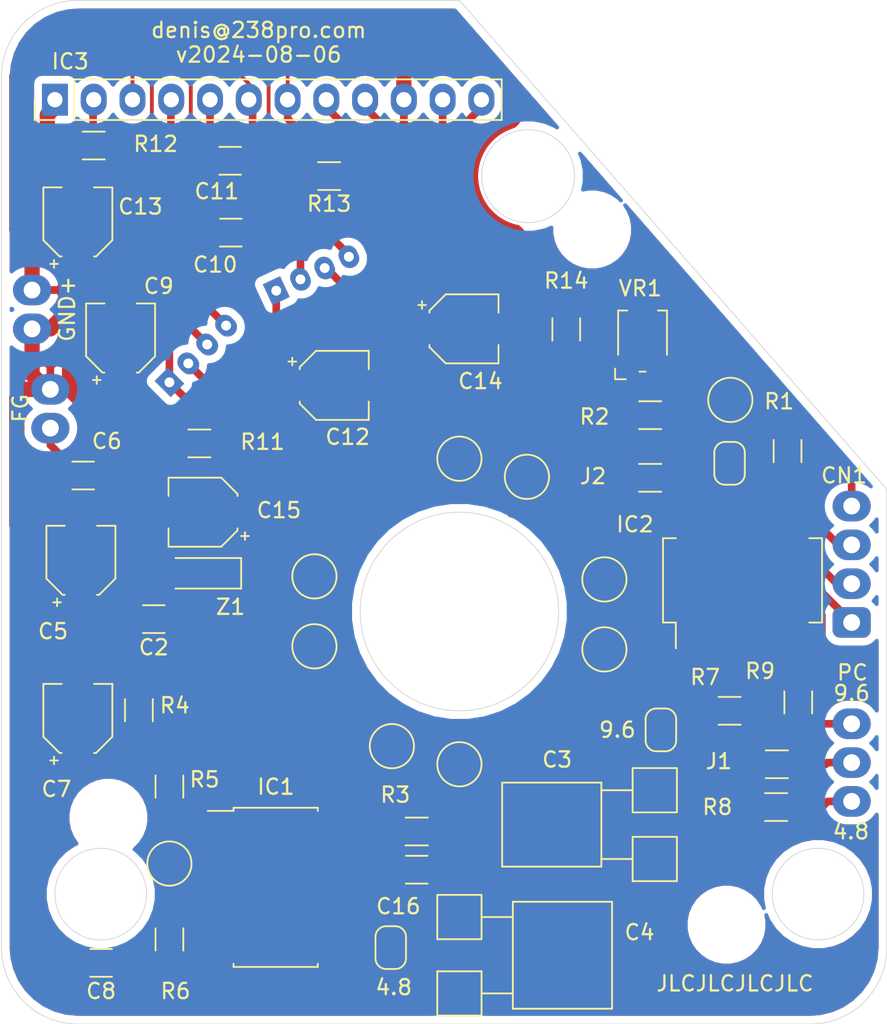
<source format=kicad_pcb>
(kicad_pcb (version 20171130) (host pcbnew 5.1.10-88a1d61d58~88~ubuntu18.04.1)
  (layers (0 F.Cu signal) (31 B.Cu signal hide) (34 B.Paste user) (35 F.Paste user hide) (36 B.SilkS user) (37 F.SilkS user) (38 B.Mask user) (39 F.Mask user hide) (44 Edge.Cuts user))
  (net 0 "")
  (net 1 GND)
  (net 2 "Net-(C2-Pad1)")
  (net 3 "Net-(C5-Pad2)")
  (net 4 "Net-(C5-Pad1)")
  (net 5 "Net-(C7-Pad1)")
  (net 6 "Net-(C8-Pad1)")
  (net 7 "Net-(C9-Pad1)")
  (net 8 "Net-(C10-Pad2)")
  (net 9 "Net-(C10-Pad1)")
  (net 10 "Net-(C11-Pad1)")
  (net 11 "Net-(C12-Pad2)")
  (net 12 "Net-(C12-Pad1)")
  (net 13 +12V)
  (net 14 "Net-(C14-Pad2)")
  (net 15 "Net-(C14-Pad1)")
  (net 16 +9V)
  (net 17 "Net-(C16-Pad2)")
  (net 18 "Net-(C16-Pad1)")
  (net 19 "Net-(CN1-Pad4)")
  (net 20 "Net-(CN1-Pad3)")
  (net 21 "Net-(CN1-Pad2)")
  (net 22 "Net-(HG1-Pad3)")
  (net 23 "Net-(HG1-Pad1)")
  (net 24 "Net-(IC1-Pad15)")
  (net 25 "Net-(IC1-Pad11)")
  (net 26 "Net-(IC1-Pad6)")
  (net 27 "Net-(IC1-Pad4)")
  (net 28 "Net-(IC1-Pad3)")
  (net 29 "Net-(IC2-Pad2)")
  (net 30 "Net-(IC2-Pad1)")
  (net 31 "Net-(IC3-Pad3)")
  (net 32 "Net-(J1-Pad2)")
  (net 33 "Net-(J1-Pad1)")
  (net 34 "Net-(PC1-Pad3)")
  (net 35 "Net-(PC1-Pad1)")
  (net 36 "Net-(R2-Pad2)")
  (net 37 "Net-(W1-Pad1)")
  (net 38 "Net-(W3-Pad1)")
  (net 39 "Net-(C3-Pad2)")
  (module Capacitor_SMD:C_1206_3216Metric_Pad1.33x1.80mm_HandSolder (layer F.Cu) (at 123.35 81.1)
    (fp_text reference C6 (at 1.55 -2.25) (layer F.SilkS))
    (fp_text value 0.1)
    (pad 2 smd roundrect (at 1.5625 0) (size 1.325 1.8) (layers F.Cu F.Paste F.Mask) (roundrect_rratio 0.1886784905660377) (net 1 GND))
    (pad 1 smd roundrect (at -1.5625 0) (size 1.325 1.8) (layers F.Cu F.Paste F.Mask) (roundrect_rratio 0.1886784905660377) (net 3 "Net-(C5-Pad2)"))
  )
  (module denis:238_2_wire_conn (layer F.Cu) (at 120 71.5 180)
    (fp_text reference PWR1 hide)
    (fp_text value GND+ (at -2.3 1.3 90) (layer F.SilkS))
    (pad 2 thru_hole oval (at 0 2.54 180) (size 2.5 2) (drill 1.1) (layers *.Cu *.Mask) (net 13 +12V))
    (pad 1 thru_hole oval (at 0 0 180) (size 2.5 2) (drill 1.1) (layers *.Cu *.Mask) (net 1 GND))
  )
  (module denis:238_3_wire_conn (layer F.Cu) (at 173.7 97.35)
    (fp_text reference PC1 hide)
    (fp_text value PC (at 0.05 -3.35) (layer F.SilkS))
    (fp_text user 4.8 (at -0.05 7.05) (layer F.SilkS))
    (fp_text user 9.6 (at 0 -2) (layer F.SilkS))
    (pad 3 thru_hole oval (at 0 5.08) (size 2.5 2) (drill 1.1) (layers *.Cu *.Mask) (net 34 "Net-(PC1-Pad3)"))
    (pad 2 thru_hole oval (at 0 2.54) (size 2.5 2) (drill 1.1) (layers *.Cu *.Mask) (net 33 "Net-(J1-Pad1)"))
    (pad 1 thru_hole oval (at 0 0) (size 2.5 2) (drill 1.1) (layers *.Cu *.Mask) (net 35 "Net-(PC1-Pad1)"))
  )
  (module denis:238_2_wire_conn (layer F.Cu) (at 121.2 75.46)
    (fp_text reference FG1 hide)
    (fp_text value FG (at -1.95 1.24 90) (layer F.SilkS))
    (pad 2 thru_hole oval (at 0 2.54) (size 2.5 2) (drill 1.1) (layers *.Cu *.Mask) (net 3 "Net-(C5-Pad2)"))
    (pad 1 thru_hole oval (at 0 0) (size 2.5 2) (drill 1.1) (layers *.Cu *.Mask) (net 1 GND))
  )
  (module denis:238_4_wire_conn (layer F.Cu) (at 173.7 90.72 180)
    (fp_text reference CN1 (at 0.5 9.62) (layer F.SilkS))
    (fp_text value CN1)
    (pad 4 thru_hole oval (at 0 7.62 180) (size 2.5 2) (drill 1.1) (layers *.Cu *.Mask) (net 19 "Net-(CN1-Pad4)"))
    (pad 3 thru_hole oval (at 0 5.08 180) (size 2.5 2) (drill 1.1) (layers *.Cu *.Mask) (net 20 "Net-(CN1-Pad3)"))
    (pad 2 thru_hole oval (at 0 2.54 180) (size 2.5 2) (drill 1.1) (layers *.Cu *.Mask) (net 21 "Net-(CN1-Pad2)"))
    (pad 1 thru_hole roundrect (at 0 0 180) (size 2.5 2) (drill 1.1) (layers *.Cu *.Mask) (net 39 "Net-(C3-Pad2)"))
  )
  (module Diode_SMD:D_MiniMELF (layer F.Cu) (at 131.15 87.5 180)
    (fp_text reference Z1 (at -1.85 -2.2) (layer F.SilkS))
    (fp_text value 9V)
    (pad 2 smd rect (at 1.75 0 180) (size 1.3 1.7) (layers F.Cu F.Paste F.Mask) (net 1 GND))
    (pad 1 smd rect (at -1.75 0 180) (size 1.3 1.7) (layers F.Cu F.Paste F.Mask) (net 16 +9V))
  )
  (module MountingHole:MountingHole_2.1mm (layer F.Cu) (at 165.5 110.5)
    (fp_text reference H3 hide)
    (fp_text value MountingHole)
    (pad "" np_thru_hole circle (at 0 0) (size 2.1 2.1) (drill 2.1) (layers *.Cu *.Mask))
  )
  (module MountingHole:MountingHole_2.1mm (layer F.Cu) (at 156.7 65)
    (fp_text reference H2 hide)
    (fp_text value MountingHole)
    (pad "" np_thru_hole circle (at 0 0) (size 2.1 2.1) (drill 2.1) (layers *.Cu *.Mask))
  )
  (module MountingHole:MountingHole_2.1mm (layer F.Cu) (at 125 103.5)
    (fp_text reference H1 hide)
    (fp_text value MountingHole)
    (pad "" np_thru_hole circle (at 0 0) (size 2.1 2.1) (drill 2.1) (layers *.Cu *.Mask))
  )
  (module Resistor_SMD:R_1206_3216Metric_Pad1.30x1.75mm_HandSolder (layer F.Cu) (at 155 71.5375 270)
    (fp_text reference R14 (at -3.1875 0 180) (layer F.SilkS))
    (fp_text value 330)
    (pad 2 smd roundrect (at 1.55 0 270) (size 1.3 1.75) (layers F.Cu F.Paste F.Mask) (roundrect_rratio 0.1923076923076923) (net 16 +9V))
    (pad 1 smd roundrect (at -1.55 0 270) (size 1.3 1.75) (layers F.Cu F.Paste F.Mask) (roundrect_rratio 0.1923076923076923) (net 13 +12V))
  )
  (module Resistor_SMD:R_1206_3216Metric_Pad1.30x1.75mm_HandSolder (layer F.Cu) (at 139.4625 61.5 180)
    (fp_text reference R13 (at 0 -1.82) (layer F.SilkS))
    (fp_text value 150)
    (pad 2 smd roundrect (at 1.55 0 180) (size 1.3 1.75) (layers F.Cu F.Paste F.Mask) (roundrect_rratio 0.1923076923076923) (net 22 "Net-(HG1-Pad3)"))
    (pad 1 smd roundrect (at -1.55 0 180) (size 1.3 1.75) (layers F.Cu F.Paste F.Mask) (roundrect_rratio 0.1923076923076923) (net 31 "Net-(IC3-Pad3)"))
  )
  (module Resistor_SMD:R_1206_3216Metric_Pad1.30x1.75mm_HandSolder (layer F.Cu) (at 124.0375 59.5 180)
    (fp_text reference R12 (at -4.0625 0.1) (layer F.SilkS))
    (fp_text value 150)
    (pad 2 smd roundrect (at 1.55 0 180) (size 1.3 1.75) (layers F.Cu F.Paste F.Mask) (roundrect_rratio 0.1923076923076923) (net 1 GND))
    (pad 1 smd roundrect (at -1.55 0 180) (size 1.3 1.75) (layers F.Cu F.Paste F.Mask) (roundrect_rratio 0.1923076923076923) (net 23 "Net-(HG1-Pad1)"))
  )
  (module Resistor_SMD:R_1206_3216Metric_Pad1.30x1.75mm_HandSolder (layer F.Cu) (at 130.9625 79)
    (fp_text reference R11 (at 4.1375 -0.1) (layer F.SilkS))
    (fp_text value 6.8K)
    (pad 2 smd roundrect (at 1.55 0) (size 1.3 1.75) (layers F.Cu F.Paste F.Mask) (roundrect_rratio 0.1923076923076923) (net 24 "Net-(IC1-Pad15)"))
    (pad 1 smd roundrect (at -1.55 0) (size 1.3 1.75) (layers F.Cu F.Paste F.Mask) (roundrect_rratio 0.1923076923076923) (net 7 "Net-(C9-Pad1)"))
  )
  (module Resistor_SMD:R_1206_3216Metric_Pad1.30x1.75mm_HandSolder (layer F.Cu) (at 170.2 95.95 90)
    (fp_text reference R9 (at 2.05 -2.5 180) (layer F.SilkS))
    (fp_text value 10K)
    (pad 2 smd roundrect (at 1.55 0 90) (size 1.3 1.75) (layers F.Cu F.Paste F.Mask) (roundrect_rratio 0.1923076923076923) (net 30 "Net-(IC2-Pad1)"))
    (pad 1 smd roundrect (at -1.55 0 90) (size 1.3 1.75) (layers F.Cu F.Paste F.Mask) (roundrect_rratio 0.1923076923076923) (net 35 "Net-(PC1-Pad1)"))
  )
  (module Resistor_SMD:R_1206_3216Metric_Pad1.30x1.75mm_HandSolder (layer F.Cu) (at 168.75 102.8 180)
    (fp_text reference R8 (at 3.85 0) (layer F.SilkS))
    (fp_text value 10K)
    (pad 2 smd roundrect (at 1.55 0 180) (size 1.3 1.75) (layers F.Cu F.Paste F.Mask) (roundrect_rratio 0.1923076923076923) (net 26 "Net-(IC1-Pad6)"))
    (pad 1 smd roundrect (at -1.55 0 180) (size 1.3 1.75) (layers F.Cu F.Paste F.Mask) (roundrect_rratio 0.1923076923076923) (net 34 "Net-(PC1-Pad3)"))
  )
  (module Resistor_SMD:R_1206_3216Metric_Pad1.30x1.75mm_HandSolder (layer F.Cu) (at 165.7 96.5 180)
    (fp_text reference R7 (at 1.6 2.2) (layer F.SilkS))
    (fp_text value 10K)
    (pad 2 smd roundrect (at 1.55 0 180) (size 1.3 1.75) (layers F.Cu F.Paste F.Mask) (roundrect_rratio 0.1923076923076923) (net 25 "Net-(IC1-Pad11)"))
    (pad 1 smd roundrect (at -1.55 0 180) (size 1.3 1.75) (layers F.Cu F.Paste F.Mask) (roundrect_rratio 0.1923076923076923) (net 32 "Net-(J1-Pad2)"))
  )
  (module Resistor_SMD:R_1206_3216Metric_Pad1.30x1.75mm_HandSolder (layer F.Cu) (at 129 111.4625 270)
    (fp_text reference R6 (at 3.3875 -0.4 180) (layer F.SilkS))
    (fp_text value 10K)
    (pad 2 smd roundrect (at 1.55 0 270) (size 1.3 1.75) (layers F.Cu F.Paste F.Mask) (roundrect_rratio 0.1923076923076923) (net 6 "Net-(C8-Pad1)"))
    (pad 1 smd roundrect (at -1.55 0 270) (size 1.3 1.75) (layers F.Cu F.Paste F.Mask) (roundrect_rratio 0.1923076923076923) (net 27 "Net-(IC1-Pad4)"))
  )
  (module Resistor_SMD:R_1206_3216Metric_Pad1.30x1.75mm_HandSolder (layer F.Cu) (at 129 101.4625 270)
    (fp_text reference R5 (at -0.4625 -2.3 180) (layer F.SilkS))
    (fp_text value 68K)
    (pad 2 smd roundrect (at 1.55 0 270) (size 1.3 1.75) (layers F.Cu F.Paste F.Mask) (roundrect_rratio 0.1923076923076923) (net 27 "Net-(IC1-Pad4)"))
    (pad 1 smd roundrect (at -1.55 0 270) (size 1.3 1.75) (layers F.Cu F.Paste F.Mask) (roundrect_rratio 0.1923076923076923) (net 28 "Net-(IC1-Pad3)"))
  )
  (module Resistor_SMD:R_1206_3216Metric_Pad1.30x1.75mm_HandSolder (layer F.Cu) (at 127 96.4625 90)
    (fp_text reference R4 (at 0.3125 2.35 180) (layer F.SilkS))
    (fp_text value 330)
    (pad 2 smd roundrect (at 1.55 0 90) (size 1.3 1.75) (layers F.Cu F.Paste F.Mask) (roundrect_rratio 0.1923076923076923) (net 5 "Net-(C7-Pad1)"))
    (pad 1 smd roundrect (at -1.55 0 90) (size 1.3 1.75) (layers F.Cu F.Paste F.Mask) (roundrect_rratio 0.1923076923076923) (net 28 "Net-(IC1-Pad3)"))
  )
  (module Resistor_SMD:R_1206_3216Metric_Pad1.30x1.75mm_HandSolder (layer F.Cu) (at 145.2 104.4 180)
    (fp_text reference R3 (at 1.4 2.4) (layer F.SilkS))
    (fp_text value 33K)
    (pad 2 smd roundrect (at 1.55 0 180) (size 1.3 1.75) (layers F.Cu F.Paste F.Mask) (roundrect_rratio 0.1923076923076923) (net 24 "Net-(IC1-Pad15)"))
    (pad 1 smd roundrect (at -1.55 0 180) (size 1.3 1.75) (layers F.Cu F.Paste F.Mask) (roundrect_rratio 0.1923076923076923) (net 18 "Net-(C16-Pad1)"))
  )
  (module Resistor_SMD:R_1206_3216Metric_Pad1.30x1.75mm_HandSolder (layer F.Cu) (at 160.5 77.15 180)
    (fp_text reference R2 (at 3.65 -0.1) (layer F.SilkS))
    (fp_text value 10K)
    (pad 2 smd roundrect (at 1.55 0 180) (size 1.3 1.75) (layers F.Cu F.Paste F.Mask) (roundrect_rratio 0.1923076923076923) (net 36 "Net-(R2-Pad2)"))
    (pad 1 smd roundrect (at -1.55 0 180) (size 1.3 1.75) (layers F.Cu F.Paste F.Mask) (roundrect_rratio 0.1923076923076923) (net 20 "Net-(CN1-Pad3)"))
  )
  (module Resistor_SMD:R_1206_3216Metric_Pad1.30x1.75mm_HandSolder (layer F.Cu) (at 169.5 79.5 270)
    (fp_text reference R1 (at -3.25 0.55 180) (layer F.SilkS))
    (fp_text value 15K)
    (pad 2 smd roundrect (at 1.55 0 270) (size 1.3 1.75) (layers F.Cu F.Paste F.Mask) (roundrect_rratio 0.1923076923076923) (net 21 "Net-(CN1-Pad2)"))
    (pad 1 smd roundrect (at -1.55 0 270) (size 1.3 1.75) (layers F.Cu F.Paste F.Mask) (roundrect_rratio 0.1923076923076923) (net 19 "Net-(CN1-Pad4)"))
  )
  (module Resistor_SMD:R_1206_3216Metric_Pad1.30x1.75mm_HandSolder (layer F.Cu) (at 160.5 81.25)
    (fp_text reference J2 (at -3.75 -0.1 180) (layer F.SilkS))
    (fp_text value 0)
    (pad 2 smd roundrect (at 1.55 0) (size 1.3 1.75) (layers F.Cu F.Paste F.Mask) (roundrect_rratio 0.1923076923076923) (net 21 "Net-(CN1-Pad2)"))
    (pad 1 smd roundrect (at -1.55 0) (size 1.3 1.75) (layers F.Cu F.Paste F.Mask) (roundrect_rratio 0.1923076923076923) (net 16 +9V))
  )
  (module Resistor_SMD:R_1206_3216Metric_Pad1.30x1.75mm_HandSolder (layer F.Cu) (at 168.8 100 180)
    (fp_text reference J1 (at 3.8 0.2) (layer F.SilkS))
    (fp_text value 0)
    (pad 2 smd roundrect (at 1.55 0 180) (size 1.3 1.75) (layers F.Cu F.Paste F.Mask) (roundrect_rratio 0.1923076923076923) (net 32 "Net-(J1-Pad2)"))
    (pad 1 smd roundrect (at -1.55 0 180) (size 1.3 1.75) (layers F.Cu F.Paste F.Mask) (roundrect_rratio 0.1923076923076923) (net 33 "Net-(J1-Pad1)"))
  )
  (module Capacitor_SMD:C_1206_3216Metric_Pad1.33x1.80mm_HandSolder (layer F.Cu) (at 145.2 106.9 180)
    (fp_text reference C16 (at 1.2 -2.4) (layer F.SilkS))
    (fp_text value 0.22)
    (pad 2 smd roundrect (at 1.5625 0 180) (size 1.325 1.8) (layers F.Cu F.Paste F.Mask) (roundrect_rratio 0.1886784905660377) (net 17 "Net-(C16-Pad2)"))
    (pad 1 smd roundrect (at -1.5625 0 180) (size 1.325 1.8) (layers F.Cu F.Paste F.Mask) (roundrect_rratio 0.1886784905660377) (net 18 "Net-(C16-Pad1)"))
  )
  (module Capacitor_SMD:C_1206_3216Metric_Pad1.33x1.80mm_HandSolder (layer F.Cu) (at 133.0225 65.2)
    (fp_text reference C10 (at -1.0225 2.1) (layer F.SilkS))
    (fp_text value 0.1)
    (pad 2 smd roundrect (at 1.5625 0) (size 1.325 1.8) (layers F.Cu F.Paste F.Mask) (roundrect_rratio 0.1886784905660377) (net 8 "Net-(C10-Pad2)"))
    (pad 1 smd roundrect (at -1.5625 0) (size 1.325 1.8) (layers F.Cu F.Paste F.Mask) (roundrect_rratio 0.1886784905660377) (net 9 "Net-(C10-Pad1)"))
  )
  (module Capacitor_SMD:C_1206_3216Metric_Pad1.33x1.80mm_HandSolder (layer F.Cu) (at 132.975 60.5)
    (fp_text reference C11 (at -0.875 2) (layer F.SilkS))
    (fp_text value 0.1)
    (pad 2 smd roundrect (at 1.5625 0) (size 1.325 1.8) (layers F.Cu F.Paste F.Mask) (roundrect_rratio 0.1886784905660377) (net 8 "Net-(C10-Pad2)"))
    (pad 1 smd roundrect (at -1.5625 0) (size 1.325 1.8) (layers F.Cu F.Paste F.Mask) (roundrect_rratio 0.1886784905660377) (net 10 "Net-(C11-Pad1)"))
  )
  (module Capacitor_SMD:C_1206_3216Metric_Pad1.33x1.80mm_HandSolder (layer F.Cu) (at 124.525 113 180)
    (fp_text reference C8 (at 0 -1.85) (layer F.SilkS))
    (fp_text value 0.01)
    (pad 2 smd roundrect (at 1.5625 0 180) (size 1.325 1.8) (layers F.Cu F.Paste F.Mask) (roundrect_rratio 0.1886784905660377) (net 1 GND))
    (pad 1 smd roundrect (at -1.5625 0 180) (size 1.325 1.8) (layers F.Cu F.Paste F.Mask) (roundrect_rratio 0.1886784905660377) (net 6 "Net-(C8-Pad1)"))
  )
  (module Capacitor_SMD:C_1206_3216Metric_Pad1.33x1.80mm_HandSolder (layer F.Cu) (at 127.975 90.5 180)
    (fp_text reference C2 (at 0 -1.85) (layer F.SilkS))
    (fp_text value 0.01)
    (pad 2 smd roundrect (at 1.5625 0 180) (size 1.325 1.8) (layers F.Cu F.Paste F.Mask) (roundrect_rratio 0.1886784905660377) (net 1 GND))
    (pad 1 smd roundrect (at -1.5625 0 180) (size 1.325 1.8) (layers F.Cu F.Paste F.Mask) (roundrect_rratio 0.1886784905660377) (net 2 "Net-(C2-Pad1)"))
  )
  (module denis:238_winding (layer F.Cu) (at 148 100 165)
    (fp_text reference W4 hide)
    (fp_text value W)
    (pad 2 smd circle (at 4.58 0 165) (size 2.5 2.5) (layers F.Cu F.Mask) (net 38 "Net-(W3-Pad1)"))
    (pad 1 smd circle (at 0 0 165) (size 2.5 2.5) (layers F.Cu F.Mask) (net 12 "Net-(C12-Pad1)"))
  )
  (module denis:238_winding (layer F.Cu) (at 148 80 345)
    (fp_text reference W3 hide)
    (fp_text value W)
    (pad 2 smd circle (at 4.58 0 345) (size 2.5 2.5) (layers F.Cu F.Mask) (net 11 "Net-(C12-Pad2)"))
    (pad 1 smd circle (at 0 0 345) (size 2.5 2.5) (layers F.Cu F.Mask) (net 38 "Net-(W3-Pad1)"))
  )
  (module denis:238_winding (layer F.Cu) (at 138.5 87.7 270)
    (fp_text reference W2 hide)
    (fp_text value W)
    (pad 2 smd circle (at 4.58 0 270) (size 2.5 2.5) (layers F.Cu F.Mask) (net 37 "Net-(W1-Pad1)"))
    (pad 1 smd circle (at 0 0 270) (size 2.5 2.5) (layers F.Cu F.Mask) (net 15 "Net-(C14-Pad1)"))
  )
  (module denis:238_winding (layer F.Cu) (at 157.5 92.48 90)
    (fp_text reference W1 hide)
    (fp_text value W)
    (pad 2 smd circle (at 4.58 0 90) (size 2.5 2.5) (layers F.Cu F.Mask) (net 14 "Net-(C14-Pad2)"))
    (pad 1 smd circle (at 0 0 90) (size 2.5 2.5) (layers F.Cu F.Mask) (net 37 "Net-(W1-Pad1)"))
  )
  (module Potentiometer_SMD:Potentiometer_Bourns_TC33X_Vertical (layer F.Cu) (at 160 72.2 90)
    (fp_text reference VR1 (at 3.35 -0.15 180) (layer F.SilkS))
    (fp_text value 10K)
    (pad 2 smd rect (at 1.45 0 90) (size 1.5 1.6) (layers F.Cu F.Paste F.Mask) (net 19 "Net-(CN1-Pad4)"))
    (pad 3 smd rect (at -1.8 1 90) (size 1.2 1.2) (layers F.Cu F.Paste F.Mask) (net 19 "Net-(CN1-Pad4)"))
    (pad 1 smd rect (at -1.8 -1 90) (size 1.2 1.2) (layers F.Cu F.Paste F.Mask) (net 36 "Net-(R2-Pad2)"))
  )
  (module TestPoint:TestPoint_Pad_D2.5mm (layer F.Cu) (at 165.75 76.15)
    (fp_text reference TP2 hide)
    (fp_text value TP2)
    (pad 1 smd circle (at 0 0) (size 2.5 2.5) (layers F.Cu F.Mask) (net 20 "Net-(CN1-Pad3)"))
  )
  (module TestPoint:TestPoint_Pad_D2.5mm (layer F.Cu) (at 129 106.5)
    (fp_text reference TP1 hide)
    (fp_text value TP1)
    (pad 1 smd circle (at 0 0) (size 2.5 2.5) (layers F.Cu F.Mask) (net 27 "Net-(IC1-Pad4)"))
  )
  (module Jumper:SolderJumper-2_P1.3mm_Open_RoundedPad1.0x1.5mm (layer F.Cu) (at 165.7 80.3 270)
    (fp_text reference JP3 hide)
    (fp_text value JP3)
    (pad 2 smd custom (at 0.65 0 270) (size 1 0.5) (layers F.Cu F.Mask) (net 39 "Net-(C3-Pad2)") (options (clearance outline) (anchor rect)) (primitives (gr_circle (center 0 0.25) (end 0.5 0.25) (width 0)) (gr_circle (center 0 -0.25) (end 0.5 -0.25) (width 0)) (gr_poly (pts (xy 0 -0.75) (xy -0.5 -0.75) (xy -0.5 0.75) (xy 0 0.75)) (width 0))))
    (pad 1 smd custom (at -0.65 0 270) (size 1 0.5) (layers F.Cu F.Mask) (net 20 "Net-(CN1-Pad3)") (options (clearance outline) (anchor rect)) (primitives (gr_circle (center 0 0.25) (end 0.5 0.25) (width 0)) (gr_circle (center 0 -0.25) (end 0.5 -0.25) (width 0)) (gr_poly (pts (xy 0 -0.75) (xy 0.5 -0.75) (xy 0.5 0.75) (xy 0 0.75)) (width 0))))
  )
  (module Jumper:SolderJumper-2_P1.3mm_Open_RoundedPad1.0x1.5mm (layer F.Cu) (at 161.2 97.75 90)
    (fp_text reference JP2 hide)
    (fp_text value 9.6 (at 0 -2.85 180) (layer F.SilkS))
    (pad 2 smd custom (at 0.65 0 90) (size 1 0.5) (layers F.Cu F.Mask) (net 30 "Net-(IC2-Pad1)") (options (clearance outline) (anchor rect)) (primitives (gr_circle (center 0 0.25) (end 0.5 0.25) (width 0)) (gr_circle (center 0 -0.25) (end 0.5 -0.25) (width 0)) (gr_poly (pts (xy 0 -0.75) (xy -0.5 -0.75) (xy -0.5 0.75) (xy 0 0.75)) (width 0))))
    (pad 1 smd custom (at -0.65 0 90) (size 1 0.5) (layers F.Cu F.Mask) (net 25 "Net-(IC1-Pad11)") (options (clearance outline) (anchor rect)) (primitives (gr_circle (center 0 0.25) (end 0.5 0.25) (width 0)) (gr_circle (center 0 -0.25) (end 0.5 -0.25) (width 0)) (gr_poly (pts (xy 0 -0.75) (xy 0.5 -0.75) (xy 0.5 0.75) (xy 0 0.75)) (width 0))))
  )
  (module Jumper:SolderJumper-2_P1.3mm_Open_RoundedPad1.0x1.5mm (layer F.Cu) (at 143.5 112 90)
    (fp_text reference JP1 hide)
    (fp_text value 4.8 (at -2.6 0.2 180) (layer F.SilkS))
    (pad 2 smd custom (at 0.65 0 90) (size 1 0.5) (layers F.Cu F.Mask) (net 25 "Net-(IC1-Pad11)") (options (clearance outline) (anchor rect)) (primitives (gr_circle (center 0 0.25) (end 0.5 0.25) (width 0)) (gr_circle (center 0 -0.25) (end 0.5 -0.25) (width 0)) (gr_poly (pts (xy 0 -0.75) (xy -0.5 -0.75) (xy -0.5 0.75) (xy 0 0.75)) (width 0))))
    (pad 1 smd custom (at -0.65 0 90) (size 1 0.5) (layers F.Cu F.Mask) (net 26 "Net-(IC1-Pad6)") (options (clearance outline) (anchor rect)) (primitives (gr_circle (center 0 0.25) (end 0.5 0.25) (width 0)) (gr_circle (center 0 -0.25) (end 0.5 -0.25) (width 0)) (gr_poly (pts (xy 0 -0.75) (xy 0.5 -0.75) (xy 0.5 0.75) (xy 0 0.75)) (width 0))))
  )
  (module denis:BA6411 (layer F.Cu) (at 121.5 56.5 90)
    (fp_text reference IC3 (at 2.5 1 180) (layer F.SilkS))
    (fp_text value BA6411)
    (pad 12 thru_hole oval (at 0 27.94 90) (size 2.1 1.7) (drill 1) (layers *.Cu *.Mask) (net 14 "Net-(C14-Pad2)"))
    (pad 11 thru_hole oval (at 0 25.4 90) (size 2.1 1.7) (drill 1) (layers *.Cu *.Mask) (net 15 "Net-(C14-Pad1)"))
    (pad 10 thru_hole oval (at 0 22.86 90) (size 2.1 1.7) (drill 1) (layers *.Cu *.Mask) (net 13 +12V))
    (pad 9 thru_hole oval (at 0 20.32 90) (size 2.1 1.7) (drill 1) (layers *.Cu *.Mask) (net 11 "Net-(C12-Pad2)"))
    (pad 8 thru_hole oval (at 0 17.78 90) (size 2.1 1.7) (drill 1) (layers *.Cu *.Mask) (net 12 "Net-(C12-Pad1)"))
    (pad 7 thru_hole oval (at 0 15.24 90) (size 2.1 1.7) (drill 1) (layers *.Cu *.Mask) (net 31 "Net-(IC3-Pad3)"))
    (pad 6 thru_hole oval (at 0 12.7 90) (size 2.1 1.7) (drill 1) (layers *.Cu *.Mask) (net 8 "Net-(C10-Pad2)"))
    (pad 5 thru_hole oval (at 0 10.16 90) (size 2.1 1.7) (drill 1) (layers *.Cu *.Mask) (net 10 "Net-(C11-Pad1)"))
    (pad 4 thru_hole oval (at 0 7.62 90) (size 2.1 1.7) (drill 1) (layers *.Cu *.Mask) (net 9 "Net-(C10-Pad1)"))
    (pad 3 thru_hole oval (at 0 5.08 90) (size 2.1 1.7) (drill 1) (layers *.Cu *.Mask) (net 31 "Net-(IC3-Pad3)"))
    (pad 2 thru_hole oval (at 0 2.54 90) (size 2.1 1.7) (drill 1) (layers *.Cu *.Mask) (net 7 "Net-(C9-Pad1)"))
    (pad 1 thru_hole rect (at 0 0 90) (size 2.1 1.7) (drill 1) (layers *.Cu *.Mask) (net 1 GND))
  )
  (module Package_SO:SO-14_5.3x10.2mm_P1.27mm (layer F.Cu) (at 166.55 87.9625 90)
    (fp_text reference IC2 (at 3.6625 -7.05 180) (layer F.SilkS))
    (fp_text value 4013)
    (pad 14 smd roundrect (at 3.4625 -3.81 90) (size 1.975 0.6) (layers F.Cu F.Paste F.Mask) (net 21 "Net-(CN1-Pad2)"))
    (pad 13 smd roundrect (at 3.4625 -2.54 90) (size 1.975 0.6) (layers F.Cu F.Paste F.Mask))
    (pad 12 smd roundrect (at 3.4625 -1.27 90) (size 1.975 0.6) (layers F.Cu F.Paste F.Mask))
    (pad 11 smd roundrect (at 3.4625 0 90) (size 1.975 0.6) (layers F.Cu F.Paste F.Mask) (net 21 "Net-(CN1-Pad2)"))
    (pad 10 smd roundrect (at 3.4625 1.27 90) (size 1.975 0.6) (layers F.Cu F.Paste F.Mask) (net 21 "Net-(CN1-Pad2)"))
    (pad 9 smd roundrect (at 3.4625 2.54 90) (size 1.975 0.6) (layers F.Cu F.Paste F.Mask) (net 21 "Net-(CN1-Pad2)"))
    (pad 8 smd roundrect (at 3.4625 3.81 90) (size 1.975 0.6) (layers F.Cu F.Paste F.Mask) (net 21 "Net-(CN1-Pad2)"))
    (pad 7 smd roundrect (at -3.4625 3.81 90) (size 1.975 0.6) (layers F.Cu F.Paste F.Mask) (net 1 GND))
    (pad 6 smd roundrect (at -3.4625 2.54 90) (size 1.975 0.6) (layers F.Cu F.Paste F.Mask) (net 1 GND))
    (pad 5 smd roundrect (at -3.4625 1.27 90) (size 1.975 0.6) (layers F.Cu F.Paste F.Mask) (net 29 "Net-(IC2-Pad2)"))
    (pad 4 smd roundrect (at -3.4625 0 90) (size 1.975 0.6) (layers F.Cu F.Paste F.Mask) (net 1 GND))
    (pad 3 smd roundrect (at -3.4625 -1.27 90) (size 1.975 0.6) (layers F.Cu F.Paste F.Mask) (net 26 "Net-(IC1-Pad6)"))
    (pad 2 smd roundrect (at -3.4625 -2.54 90) (size 1.975 0.6) (layers F.Cu F.Paste F.Mask) (net 29 "Net-(IC2-Pad2)"))
    (pad 1 smd roundrect (at -3.4625 -3.81 90) (size 1.975 0.6) (layers F.Cu F.Paste F.Mask) (net 30 "Net-(IC2-Pad1)"))
  )
  (module Package_SO:SO-16_5.3x10.2mm_P1.27mm (layer F.Cu) (at 135.9625 108.055)
    (fp_text reference IC1 (at 0.0125 -6.58) (layer F.SilkS))
    (fp_text value BA6303F)
    (pad 16 smd roundrect (at 3.4625 -4.445) (size 1.975 0.6) (layers F.Cu F.Paste F.Mask) (net 16 +9V))
    (pad 15 smd roundrect (at 3.4625 -3.175) (size 1.975 0.6) (layers F.Cu F.Paste F.Mask) (net 24 "Net-(IC1-Pad15)"))
    (pad 14 smd roundrect (at 3.4625 -1.905) (size 1.975 0.6) (layers F.Cu F.Paste F.Mask) (net 17 "Net-(C16-Pad2)"))
    (pad 13 smd roundrect (at 3.4625 -0.635) (size 1.975 0.6) (layers F.Cu F.Paste F.Mask) (net 2 "Net-(C2-Pad1)"))
    (pad 12 smd roundrect (at 3.4625 0.635) (size 1.975 0.6) (layers F.Cu F.Paste F.Mask) (net 39 "Net-(C3-Pad2)"))
    (pad 11 smd roundrect (at 3.4625 1.905) (size 1.975 0.6) (layers F.Cu F.Paste F.Mask) (net 25 "Net-(IC1-Pad11)"))
    (pad 10 smd roundrect (at 3.4625 3.175) (size 1.975 0.6) (layers F.Cu F.Paste F.Mask))
    (pad 9 smd roundrect (at 3.4625 4.445) (size 1.975 0.6) (layers F.Cu F.Paste F.Mask))
    (pad 8 smd roundrect (at -3.4625 4.445) (size 1.975 0.6) (layers F.Cu F.Paste F.Mask))
    (pad 7 smd roundrect (at -3.4625 3.175) (size 1.975 0.6) (layers F.Cu F.Paste F.Mask))
    (pad 6 smd roundrect (at -3.4625 1.905) (size 1.975 0.6) (layers F.Cu F.Paste F.Mask) (net 26 "Net-(IC1-Pad6)"))
    (pad 5 smd roundrect (at -3.4625 0.635) (size 1.975 0.6) (layers F.Cu F.Paste F.Mask) (net 6 "Net-(C8-Pad1)"))
    (pad 4 smd roundrect (at -3.4625 -0.635) (size 1.975 0.6) (layers F.Cu F.Paste F.Mask) (net 27 "Net-(IC1-Pad4)"))
    (pad 3 smd roundrect (at -3.4625 -1.905) (size 1.975 0.6) (layers F.Cu F.Paste F.Mask) (net 28 "Net-(IC1-Pad3)"))
    (pad 2 smd roundrect (at -3.4625 -3.175) (size 1.975 0.6) (layers F.Cu F.Paste F.Mask) (net 4 "Net-(C5-Pad1)"))
    (pad 1 smd roundrect (at -3.4625 -4.445) (size 1.975 0.6) (layers F.Cu F.Paste F.Mask) (net 1 GND))
  )
  (module denis:HW300 (layer F.Cu) (at 129 75 135)
    (fp_text reference HG2 hide)
    (fp_text value HW300)
    (pad 4 thru_hole oval (at 0 5.25 135) (size 1.5 1.25) (drill 0.65) (layers *.Cu *.Mask) (net 9 "Net-(C10-Pad1)"))
    (pad 3 thru_hole oval (at 0 3.5 135) (size 1.5 1.25) (drill 0.65) (layers *.Cu *.Mask) (net 22 "Net-(HG1-Pad3)"))
    (pad 2 thru_hole oval (at 0 1.75 135) (size 1.5 1.25) (drill 0.65) (layers *.Cu *.Mask) (net 8 "Net-(C10-Pad2)"))
    (pad 1 thru_hole rect (at 0 0 135) (size 1.5 1.25) (drill 0.65) (layers *.Cu *.Mask) (net 23 "Net-(HG1-Pad1)"))
  )
  (module denis:HW300 (layer F.Cu) (at 136 69 115)
    (fp_text reference HG1 hide)
    (fp_text value HW300)
    (pad 4 thru_hole oval (at 0 5.25 115) (size 1.5 1.25) (drill 0.65) (layers *.Cu *.Mask) (net 8 "Net-(C10-Pad2)"))
    (pad 3 thru_hole oval (at 0 3.5 115) (size 1.5 1.25) (drill 0.65) (layers *.Cu *.Mask) (net 22 "Net-(HG1-Pad3)"))
    (pad 2 thru_hole oval (at 0 1.75 115) (size 1.5 1.25) (drill 0.65) (layers *.Cu *.Mask) (net 10 "Net-(C11-Pad1)"))
    (pad 1 thru_hole rect (at 0 0 115) (size 1.5 1.25) (drill 0.65) (layers *.Cu *.Mask) (net 23 "Net-(HG1-Pad1)"))
  )
  (module Capacitor_SMD:CP_Elec_4x5.3 (layer F.Cu) (at 131.2 83.5 180)
    (fp_text reference C15 (at -4.975 0.125) (layer F.SilkS))
    (fp_text value 10.0)
    (pad 2 smd roundrect (at 1.8 0 180) (size 2.6 1.6) (layers F.Cu F.Paste F.Mask) (roundrect_rratio 0.15625) (net 1 GND))
    (pad 1 smd roundrect (at -1.8 0 180) (size 2.6 1.6) (layers F.Cu F.Paste F.Mask) (roundrect_rratio 0.15625) (net 16 +9V))
  )
  (module Capacitor_SMD:CP_Elec_4x5.3 (layer F.Cu) (at 148.3 71.5)
    (fp_text reference C14 (at 1.075 3.425) (layer F.SilkS))
    (fp_text value 3.3)
    (pad 2 smd roundrect (at 1.8 0) (size 2.6 1.6) (layers F.Cu F.Paste F.Mask) (roundrect_rratio 0.15625) (net 14 "Net-(C14-Pad2)"))
    (pad 1 smd roundrect (at -1.8 0) (size 2.6 1.6) (layers F.Cu F.Paste F.Mask) (roundrect_rratio 0.15625) (net 15 "Net-(C14-Pad1)"))
  )
  (module Capacitor_SMD:CP_Elec_4x5.3 (layer F.Cu) (at 123 64.5 90)
    (fp_text reference C13 (at 1 4.1 180) (layer F.SilkS))
    (fp_text value 10.0)
    (pad 2 smd roundrect (at 1.8 0 90) (size 2.6 1.6) (layers F.Cu F.Paste F.Mask) (roundrect_rratio 0.15625) (net 1 GND))
    (pad 1 smd roundrect (at -1.8 0 90) (size 2.6 1.6) (layers F.Cu F.Paste F.Mask) (roundrect_rratio 0.15625) (net 13 +12V))
  )
  (module Capacitor_SMD:CP_Elec_4x5.3 (layer F.Cu) (at 139.8 75.2)
    (fp_text reference C12 (at 0.875 3.375) (layer F.SilkS))
    (fp_text value 3.3)
    (pad 2 smd roundrect (at 1.8 0) (size 2.6 1.6) (layers F.Cu F.Paste F.Mask) (roundrect_rratio 0.15625) (net 11 "Net-(C12-Pad2)"))
    (pad 1 smd roundrect (at -1.8 0) (size 2.6 1.6) (layers F.Cu F.Paste F.Mask) (roundrect_rratio 0.15625) (net 12 "Net-(C12-Pad1)"))
  )
  (module Capacitor_SMD:CP_Elec_4x5.3 (layer F.Cu) (at 125.8 72.1 90)
    (fp_text reference C9 (at 3.4 2.5 180) (layer F.SilkS))
    (fp_text value 1.0)
    (pad 2 smd roundrect (at 1.8 0 90) (size 2.6 1.6) (layers F.Cu F.Paste F.Mask) (roundrect_rratio 0.15625) (net 1 GND))
    (pad 1 smd roundrect (at -1.8 0 90) (size 2.6 1.6) (layers F.Cu F.Paste F.Mask) (roundrect_rratio 0.15625) (net 7 "Net-(C9-Pad1)"))
  )
  (module Capacitor_SMD:CP_Elec_4x5.3 (layer F.Cu) (at 123 97 90)
    (fp_text reference C7 (at -4.625 -1.4 180) (layer F.SilkS))
    (fp_text value 4.7)
    (pad 2 smd roundrect (at 1.8 0 90) (size 2.6 1.6) (layers F.Cu F.Paste F.Mask) (roundrect_rratio 0.15625) (net 1 GND))
    (pad 1 smd roundrect (at -1.8 0 90) (size 2.6 1.6) (layers F.Cu F.Paste F.Mask) (roundrect_rratio 0.15625) (net 5 "Net-(C7-Pad1)"))
  )
  (module Capacitor_SMD:CP_Elec_4x5.3 (layer F.Cu) (at 123.2 86.65 90)
    (fp_text reference C5 (at -4.65 -1.825 180) (layer F.SilkS))
    (fp_text value 10.0)
    (pad 2 smd roundrect (at 1.8 0 90) (size 2.6 1.6) (layers F.Cu F.Paste F.Mask) (roundrect_rratio 0.15625) (net 3 "Net-(C5-Pad2)"))
    (pad 1 smd roundrect (at -1.8 0 90) (size 2.6 1.6) (layers F.Cu F.Paste F.Mask) (roundrect_rratio 0.15625) (net 4 "Net-(C5-Pad1)"))
  )
  (module denis:238_C4 (layer F.Cu) (at 148 110 270)
    (fp_text reference C4 (at 1 -11.8 180) (layer F.SilkS))
    (fp_text value 0.056)
    (pad 2 smd rect (at 5 0 270) (size 2.5 2.5) (layers F.Cu F.Mask) (net 1 GND))
    (pad 1 smd rect (at 0 0 270) (size 2.5 2.5) (layers F.Cu F.Mask) (net 39 "Net-(C3-Pad2)"))
  )
  (module denis:238_C3 (layer F.Cu) (at 160.8 106.2 90)
    (fp_text reference C3 (at 6.5 -6.4 180) (layer F.SilkS))
    (fp_text value 0.018)
    (pad 2 smd rect (at 4.5 0 90) (size 2.5 2.5) (layers F.Cu F.Mask) (net 39 "Net-(C3-Pad2)"))
    (pad 1 smd rect (at 0 0 90) (size 2.5 2.5) (layers F.Cu F.Mask) (net 1 GND))
  )
  (gr_text "denis@238pro.com\nv2024-08-06" (at 134.85 52.75) (layer F.SilkS) (effects (font (size 1 1))))
  (gr_text JLCJLCJLCJLC (at 166.05 114.35) (layer F.SilkS) (effects (font (size 1 1))))
  (gr_circle (center 171.5 108.5) (end 174.5 108.5) (layer Edge.Cuts) (width 0.05))
  (gr_circle (center 124.5 108.5) (end 127.5 108.5) (layer Edge.Cuts) (width 0.05))
  (gr_circle (center 152.5 61.5) (end 155.5 62) (layer Edge.Cuts) (width 0.05))
  (gr_circle (center 148 90) (end 154.5 90) (layer Edge.Cuts) (width 0.05))
  (gr_line (start 123 50) (end 148 50) (layer Edge.Cuts) (width 0.05))
  (gr_arc (start 171 112) (end 171 117) (angle -90) (layer Edge.Cuts) (width 0.05))
  (gr_arc (start 123 112) (end 118 112) (angle -90) (layer Edge.Cuts) (width 0.05))
  (gr_arc (start 123 55) (end 123 50) (angle -90) (layer Edge.Cuts) (width 0.05))
  (gr_line (start 176 82) (end 148 50) (layer Edge.Cuts) (width 0.05))
  (gr_line (start 176 112) (end 176 82) (layer Edge.Cuts) (width 0.05))
  (gr_line (start 123 117) (end 171 117) (layer Edge.Cuts) (width 0.05))
  (gr_line (start 118 55) (end 118 112) (layer Edge.Cuts) (width 0.05))
  (segment (start 120.8 95.2) (end 123 95.2) (width 1) (layer F.Cu) (net 1))
  (segment (start 121 75.46) (end 120.96 75.46) (width 1) (layer F.Cu) (net 1))
  (segment (start 120 74.5) (end 120 71.5) (width 1) (layer F.Cu) (net 1))
  (segment (start 120.96 75.46) (end 120 74.5) (width 1) (layer F.Cu) (net 1))
  (segment (start 129.4 87.4) (end 129.5 87.5) (width 1) (layer F.Cu) (net 1))
  (segment (start 129.4 83.5) (end 129.4 87.4) (width 1) (layer F.Cu) (net 1))
  (segment (start 129.5 87.5) (end 127.5 87.5) (width 1) (layer F.Cu) (net 1))
  (segment (start 126.5 88.5) (end 126.5 90.5) (width 1) (layer F.Cu) (net 1))
  (segment (start 121 57.5) (end 121.5 57) (width 1) (layer F.Cu) (net 1))
  (segment (start 122.575 59.5) (end 121 59.5) (width 1) (layer F.Cu) (net 1))
  (segment (start 121 59.5) (end 121 57.5) (width 1) (layer F.Cu) (net 1))
  (segment (start 123.05 114.55) (end 123.05 113) (width 1) (layer F.Cu) (net 1))
  (segment (start 123.5 115) (end 123.05 114.55) (width 1) (layer F.Cu) (net 1))
  (segment (start 148 115) (end 123.5 115) (width 1) (layer F.Cu) (net 1))
  (segment (start 169.09 91.425) (end 170.36 91.425) (width 0.5) (layer F.Cu) (net 1))
  (segment (start 169.09 92.96) (end 169.09 91.425) (width 0.5) (layer F.Cu) (net 1))
  (segment (start 166.55 93) (end 167.05 93.5) (width 0.5) (layer F.Cu) (net 1))
  (segment (start 168.55 93.5) (end 169.09 92.96) (width 0.5) (layer F.Cu) (net 1))
  (segment (start 166.55 91.425) (end 166.55 93) (width 0.5) (layer F.Cu) (net 1))
  (segment (start 121.45 62.7) (end 121 62.25) (width 1) (layer F.Cu) (net 1))
  (segment (start 121 62.25) (end 121 59.5) (width 1) (layer F.Cu) (net 1))
  (segment (start 123 62.7) (end 121.45 62.7) (width 1) (layer F.Cu) (net 1))
  (segment (start 119.5 95.2) (end 120.8 95.2) (width 1) (layer F.Cu) (net 1))
  (segment (start 119.5 112) (end 119.5 95.2) (width 1) (layer F.Cu) (net 1))
  (segment (start 120.5 113) (end 119.5 112) (width 1) (layer F.Cu) (net 1))
  (segment (start 123.05 113) (end 120.5 113) (width 1) (layer F.Cu) (net 1))
  (segment (start 119 76) (end 119.54 75.46) (width 1) (layer F.Cu) (net 1))
  (segment (start 119.54 75.46) (end 121 75.46) (width 1) (layer F.Cu) (net 1))
  (segment (start 119 84.3) (end 119 76) (width 1) (layer F.Cu) (net 1))
  (segment (start 119.5 84.8) (end 119 84.3) (width 1) (layer F.Cu) (net 1))
  (segment (start 121 75.46) (end 122.46 75.46) (width 1) (layer F.Cu) (net 1))
  (segment (start 119.5 95.2) (end 119.5 86.6) (width 1) (layer F.Cu) (net 1))
  (segment (start 119.5 86.6) (end 119.5 84.8) (width 1) (layer F.Cu) (net 1))
  (segment (start 127 88) (end 126.5 88.5) (width 1) (layer F.Cu) (net 1))
  (segment (start 127.5 87.5) (end 127 88) (width 1) (layer F.Cu) (net 1))
  (segment (start 125.65 86.65) (end 127 88) (width 0.5) (layer F.Cu) (net 1))
  (segment (start 119.55 86.65) (end 125.65 86.65) (width 0.5) (layer F.Cu) (net 1))
  (segment (start 119.5 86.6) (end 119.55 86.65) (width 0.5) (layer F.Cu) (net 1))
  (segment (start 132.5 101) (end 132.5 103.61) (width 0.5) (layer F.Cu) (net 1))
  (segment (start 129 97.5) (end 132.5 101) (width 0.5) (layer F.Cu) (net 1))
  (segment (start 129 94.1) (end 129 97.5) (width 0.5) (layer F.Cu) (net 1))
  (segment (start 128.3 93.4) (end 129 94.1) (width 0.5) (layer F.Cu) (net 1))
  (segment (start 124.8 93.4) (end 128.3 93.4) (width 0.5) (layer F.Cu) (net 1))
  (segment (start 123 95.2) (end 124.8 93.4) (width 0.5) (layer F.Cu) (net 1))
  (segment (start 125.8 70.3) (end 124.9 70.3) (width 1) (layer F.Cu) (net 1))
  (segment (start 122.46 72.74) (end 122.46 75.46) (width 1) (layer F.Cu) (net 1))
  (segment (start 124.9 70.3) (end 122.46 72.74) (width 1) (layer F.Cu) (net 1))
  (segment (start 123.85 62.7) (end 123 62.7) (width 1) (layer F.Cu) (net 1))
  (segment (start 125 63.85) (end 123.85 62.7) (width 1) (layer F.Cu) (net 1))
  (segment (start 125 67.7) (end 125 63.85) (width 1) (layer F.Cu) (net 1))
  (segment (start 121.2 71.5) (end 125 67.7) (width 1) (layer F.Cu) (net 1))
  (segment (start 120 71.5) (end 121.2 71.5) (width 1) (layer F.Cu) (net 1))
  (segment (start 167.05 93.5) (end 167.7 93.5) (width 0.5) (layer F.Cu) (net 1))
  (segment (start 167.7 93.5) (end 168.55 93.5) (width 0.5) (layer F.Cu) (net 1))
  (segment (start 122.46 75.46) (end 124.05 77.05) (width 1) (layer F.Cu) (net 1))
  (segment (start 124.9125 77.9125) (end 124.05 77.05) (width 1) (layer F.Cu) (net 1))
  (segment (start 124.9125 81.1) (end 124.9125 77.9125) (width 1) (layer F.Cu) (net 1))
  (segment (start 168.6 93.55) (end 168.55 93.5) (width 0.5) (layer F.Cu) (net 1))
  (segment (start 168.6 104.3) (end 168.6 93.55) (width 0.5) (layer F.Cu) (net 1))
  (segment (start 166.7 106.2) (end 168.6 104.3) (width 0.5) (layer F.Cu) (net 1))
  (segment (start 160.8 106.2) (end 166.7 106.2) (width 0.5) (layer F.Cu) (net 1))
  (segment (start 150.9 115) (end 148 115) (width 1) (layer F.Cu) (net 1))
  (segment (start 159.7 106.2) (end 150.9 115) (width 1) (layer F.Cu) (net 1))
  (segment (start 160.8 106.2) (end 159.7 106.2) (width 1) (layer F.Cu) (net 1))
  (segment (start 136.92 107.42) (end 139.425 107.42) (width 0.5) (layer F.Cu) (net 2))
  (segment (start 136 106.5) (end 136.92 107.42) (width 0.5) (layer F.Cu) (net 2))
  (segment (start 136 101.3) (end 136 106.5) (width 0.5) (layer F.Cu) (net 2))
  (segment (start 131 96.3) (end 136 101.3) (width 0.5) (layer F.Cu) (net 2))
  (segment (start 131 93) (end 131 96.3) (width 0.5) (layer F.Cu) (net 2))
  (segment (start 129.45 91.45) (end 131 93) (width 0.5) (layer F.Cu) (net 2))
  (segment (start 129.45 90.5) (end 129.45 91.45) (width 0.5) (layer F.Cu) (net 2))
  (segment (start 121.7875 81.1) (end 121.7875 79.6875) (width 0.5) (layer F.Cu) (net 3))
  (segment (start 121.2 79.1) (end 121.7875 79.6875) (width 0.5) (layer F.Cu) (net 3))
  (segment (start 121.2 78) (end 121.2 79.1) (width 0.5) (layer F.Cu) (net 3))
  (segment (start 121.7875 81.1) (end 121.7875 82.6375) (width 0.5) (layer F.Cu) (net 3))
  (segment (start 121.7875 83.4375) (end 121.7875 82.6375) (width 0.5) (layer F.Cu) (net 3))
  (segment (start 123.2 84.85) (end 121.7875 83.4375) (width 0.5) (layer F.Cu) (net 3))
  (segment (start 134.12 104.88) (end 132.5 104.88) (width 0.5) (layer F.Cu) (net 4))
  (segment (start 134.8 104.2) (end 134.12 104.88) (width 0.5) (layer F.Cu) (net 4))
  (segment (start 134.8 101.7) (end 134.8 104.2) (width 0.5) (layer F.Cu) (net 4))
  (segment (start 130 96.9) (end 134.8 101.7) (width 0.5) (layer F.Cu) (net 4))
  (segment (start 130 93.5) (end 130 96.9) (width 0.5) (layer F.Cu) (net 4))
  (segment (start 128.8 92.3) (end 130 93.5) (width 0.5) (layer F.Cu) (net 4))
  (segment (start 124.8 92.3) (end 128.8 92.3) (width 0.5) (layer F.Cu) (net 4))
  (segment (start 123.2 90.7) (end 124.8 92.3) (width 0.5) (layer F.Cu) (net 4))
  (segment (start 123.2 88.45) (end 123.2 90.7) (width 0.5) (layer F.Cu) (net 4))
  (segment (start 125.5 95) (end 127 95) (width 0.5) (layer F.Cu) (net 5))
  (segment (start 125 95.5) (end 125.5 95) (width 0.5) (layer F.Cu) (net 5))
  (segment (start 125 98) (end 125 95.5) (width 0.5) (layer F.Cu) (net 5))
  (segment (start 124.2 98.8) (end 125 98) (width 0.5) (layer F.Cu) (net 5))
  (segment (start 123 98.8) (end 124.2 98.8) (width 0.5) (layer F.Cu) (net 5))
  (segment (start 128.925 113) (end 129 112.925) (width 0.5) (layer F.Cu) (net 6))
  (segment (start 126 113) (end 128.925 113) (width 0.5) (layer F.Cu) (net 6))
  (segment (start 129 112.925) (end 130.075 112.925) (width 0.5) (layer F.Cu) (net 6))
  (segment (start 130.075 112.925) (end 130.5 112.5) (width 0.5) (layer F.Cu) (net 6))
  (segment (start 130.5 112.5) (end 130.5 109.5) (width 0.5) (layer F.Cu) (net 6))
  (segment (start 131.31 108.69) (end 132.5 108.69) (width 0.5) (layer F.Cu) (net 6))
  (segment (start 130.5 109.5) (end 131.31 108.69) (width 0.5) (layer F.Cu) (net 6))
  (segment (start 129.4125 79) (end 129.4125 78.3125) (width 0.5) (layer F.Cu) (net 7))
  (segment (start 129.4125 78.3125) (end 125.8 74.7) (width 0.5) (layer F.Cu) (net 7))
  (segment (start 125.8 74.7) (end 125.8 73.9) (width 0.5) (layer F.Cu) (net 7))
  (segment (start 125.8 73.9) (end 127.5 72.2) (width 0.5) (layer F.Cu) (net 7))
  (segment (start 127.5 72.2) (end 127.5 67.4) (width 0.5) (layer F.Cu) (net 7))
  (segment (start 127.5 67.4) (end 126.2 66.1) (width 0.5) (layer F.Cu) (net 7))
  (segment (start 126.2 66.1) (end 126.2 62.6) (width 0.5) (layer F.Cu) (net 7))
  (segment (start 126.2 62.6) (end 124 60.4) (width 0.5) (layer F.Cu) (net 7))
  (segment (start 124 60.4) (end 124 56.5) (width 0.5) (layer F.Cu) (net 7))
  (segment (start 130.4 58.45002) (end 130.4 55.35) (width 0.25) (layer F.Cu) (net 8))
  (segment (start 133.5 54.75) (end 134.2 55.45) (width 0.25) (layer F.Cu) (net 8))
  (segment (start 134.2 55.45) (end 134.2 56.5) (width 0.25) (layer F.Cu) (net 8))
  (segment (start 130.4 55.35) (end 131 54.75) (width 0.25) (layer F.Cu) (net 8))
  (segment (start 131 54.75) (end 133.5 54.75) (width 0.25) (layer F.Cu) (net 8))
  (segment (start 130.237437 73.777437) (end 130.237437 73.762563) (width 0.5) (layer F.Cu) (net 8))
  (segment (start 132.16 74.7) (end 131.16 74.7) (width 0.5) (layer F.Cu) (net 8))
  (segment (start 134.86 70.9) (end 134.86 72) (width 0.5) (layer F.Cu) (net 8))
  (segment (start 134.06 70.1) (end 134.86 70.9) (width 0.5) (layer F.Cu) (net 8))
  (segment (start 131.16 74.7) (end 130.237437 73.777437) (width 0.5) (layer F.Cu) (net 8))
  (segment (start 134.86 72) (end 132.16 74.7) (width 0.5) (layer F.Cu) (net 8))
  (segment (start 134.06 67.9) (end 134.06 70.1) (width 0.5) (layer F.Cu) (net 8))
  (segment (start 134.585 67.375) (end 134.06 67.9) (width 0.5) (layer F.Cu) (net 8))
  (segment (start 134.585 65.2) (end 134.585 67.375) (width 0.5) (layer F.Cu) (net 8))
  (segment (start 130.1 58.75002) (end 130.4 58.45002) (width 0.5) (layer F.Cu) (net 8))
  (segment (start 130.1 62.1) (end 130.1 58.75002) (width 0.5) (layer F.Cu) (net 8))
  (segment (start 131.4 63.4) (end 130.1 62.1) (width 0.5) (layer F.Cu) (net 8))
  (segment (start 134.2 63.4) (end 131.4 63.4) (width 0.5) (layer F.Cu) (net 8))
  (segment (start 134.585 63.785) (end 134.2 63.4) (width 0.5) (layer F.Cu) (net 8))
  (segment (start 134.585 65.2) (end 134.585 63.785) (width 0.5) (layer F.Cu) (net 8))
  (segment (start 134.45 56.75) (end 134.2 56.5) (width 0.5) (layer F.Cu) (net 8))
  (segment (start 134.45 60.5) (end 134.45 56.75) (width 0.5) (layer F.Cu) (net 8))
  (segment (start 136.3 61.05) (end 135.75 60.5) (width 0.5) (layer F.Cu) (net 8))
  (segment (start 136.3 62.6) (end 136.3 61.05) (width 0.5) (layer F.Cu) (net 8))
  (segment (start 139.7 65.6) (end 139.3 65.6) (width 0.5) (layer F.Cu) (net 8))
  (segment (start 135.75 60.5) (end 134.45 60.5) (width 0.5) (layer F.Cu) (net 8))
  (segment (start 140.758116 66.658116) (end 139.7 65.6) (width 0.5) (layer F.Cu) (net 8))
  (segment (start 139.3 65.6) (end 136.3 62.6) (width 0.5) (layer F.Cu) (net 8))
  (segment (start 140.758116 66.781254) (end 140.758116 66.658116) (width 0.5) (layer F.Cu) (net 8))
  (segment (start 131.5 65.24) (end 131.46 65.2) (width 0.5) (layer F.Cu) (net 9))
  (segment (start 131.5 70.075378) (end 131.5 65.24) (width 0.5) (layer F.Cu) (net 9))
  (segment (start 132.712311 71.287689) (end 131.5 70.075378) (width 0.5) (layer F.Cu) (net 9))
  (segment (start 130.5 65.2) (end 131.46 65.2) (width 0.5) (layer F.Cu) (net 9))
  (segment (start 129.1 63.8) (end 130.5 65.2) (width 0.5) (layer F.Cu) (net 9))
  (segment (start 129.1 56.52) (end 129.1 63.8) (width 0.5) (layer F.Cu) (net 9))
  (segment (start 129.12 56.5) (end 129.1 56.52) (width 0.5) (layer F.Cu) (net 9))
  (segment (start 131.66 58.59) (end 131.66 56.5) (width 0.5) (layer F.Cu) (net 10))
  (segment (start 131.5 58.75) (end 131.66 58.59) (width 0.5) (layer F.Cu) (net 10))
  (segment (start 131.5 61.75) (end 131.5 58.75) (width 0.5) (layer F.Cu) (net 10))
  (segment (start 132.16 62.41) (end 131.5 61.75) (width 0.5) (layer F.Cu) (net 10))
  (segment (start 134.61 62.41) (end 132.16 62.41) (width 0.5) (layer F.Cu) (net 10))
  (segment (start 137.586039 65.386039) (end 134.61 62.41) (width 0.5) (layer F.Cu) (net 10))
  (segment (start 137.586039 68.25) (end 137.586039 65.386039) (width 0.5) (layer F.Cu) (net 10))
  (segment (start 152.42394 79.22394) (end 148.4 75.2) (width 0.5) (layer F.Cu) (net 11))
  (segment (start 148.4 75.2) (end 141.6 75.2) (width 0.5) (layer F.Cu) (net 11))
  (segment (start 152.42394 81.185391) (end 152.42394 79.22394) (width 0.5) (layer F.Cu) (net 11))
  (segment (start 141.82 57) (end 141.82 56.5) (width 0.5) (layer F.Cu) (net 11))
  (segment (start 144.45 59.63) (end 141.82 57) (width 0.5) (layer F.Cu) (net 11))
  (segment (start 144.45 69.05) (end 144.45 59.63) (width 0.5) (layer F.Cu) (net 11))
  (segment (start 141.6 71.9) (end 144.45 69.05) (width 0.5) (layer F.Cu) (net 11))
  (segment (start 141.6 75.2) (end 141.6 71.9) (width 0.5) (layer F.Cu) (net 11))
  (segment (start 139.28 57) (end 139.28 56.5) (width 0.5) (layer F.Cu) (net 12))
  (segment (start 141.28 59) (end 139.28 57) (width 0.5) (layer F.Cu) (net 12))
  (segment (start 141.895998 59) (end 141.28 59) (width 0.5) (layer F.Cu) (net 12))
  (segment (start 135 94.5) (end 135 85.5) (width 0.5) (layer F.Cu) (net 12))
  (segment (start 141.5 101) (end 135 94.5) (width 0.5) (layer F.Cu) (net 12))
  (segment (start 147 101) (end 141.5 101) (width 0.5) (layer F.Cu) (net 12))
  (segment (start 143.25 60.354002) (end 141.895998 59) (width 0.5) (layer F.Cu) (net 12))
  (segment (start 143.25 68.25) (end 143.25 60.354002) (width 0.5) (layer F.Cu) (net 12))
  (segment (start 138 73.5) (end 143.25 68.25) (width 0.5) (layer F.Cu) (net 12))
  (segment (start 138 82.5) (end 138 73.5) (width 0.5) (layer F.Cu) (net 12))
  (segment (start 135 85.5) (end 138 82.5) (width 0.5) (layer F.Cu) (net 12))
  (segment (start 148 100) (end 147 101) (width 0.5) (layer F.Cu) (net 12))
  (segment (start 120.3 66.3) (end 123 66.3) (width 1) (layer F.Cu) (net 13))
  (segment (start 120 66) (end 120.3 66.3) (width 1) (layer F.Cu) (net 13))
  (segment (start 120 68.96) (end 120 66) (width 1) (layer F.Cu) (net 13))
  (segment (start 144.36 52) (end 144.36 57) (width 1) (layer F.Cu) (net 13))
  (segment (start 142 52) (end 144.36 52) (width 1) (layer F.Cu) (net 13))
  (segment (start 122 52) (end 142 52) (width 1) (layer F.Cu) (net 13))
  (segment (start 119 55) (end 122 52) (width 1) (layer F.Cu) (net 13))
  (segment (start 119 65) (end 119 55) (width 1) (layer F.Cu) (net 13))
  (segment (start 120.3 66.3) (end 119 65) (width 1) (layer F.Cu) (net 13))
  (segment (start 151.676182 65.176167) (end 155 68.5) (width 1) (layer F.Cu) (net 13))
  (segment (start 151.654691 65.186973) (end 151.676182 65.176167) (width 1) (layer F.Cu) (net 13))
  (segment (start 150.979609 64.96363) (end 151.654691 65.186973) (width 1) (layer F.Cu) (net 13))
  (segment (start 150.726381 64.830015) (end 150.732246 64.844154) (width 1) (layer F.Cu) (net 13))
  (segment (start 150.606636 64.763416) (end 150.611986 64.777765) (width 1) (layer F.Cu) (net 13))
  (segment (start 150.489386 64.692514) (end 150.494211 64.707045) (width 1) (layer F.Cu) (net 13))
  (segment (start 148.856257 60.521294) (end 148.843801 60.530191) (width 1) (layer F.Cu) (net 13))
  (segment (start 142 52) (end 147.9 52) (width 1) (layer F.Cu) (net 13))
  (segment (start 150.297673 58.424599) (end 150.202757 58.507108) (width 1) (layer F.Cu) (net 13))
  (segment (start 148.894199 60.389634) (end 148.881422 60.398077) (width 1) (layer F.Cu) (net 13))
  (segment (start 150.312948 58.425667) (end 150.297673 58.424599) (width 1) (layer F.Cu) (net 13))
  (segment (start 155 68.5) (end 155 70.075) (width 1) (layer F.Cu) (net 13))
  (segment (start 148.923825 60.267405) (end 148.894199 60.389634) (width 1) (layer F.Cu) (net 13))
  (segment (start 148.936894 60.259436) (end 148.923825 60.267405) (width 1) (layer F.Cu) (net 13))
  (segment (start 150.048398 64.367814) (end 150.051068 64.382889) (width 1) (layer F.Cu) (net 13))
  (segment (start 148.970936 60.138367) (end 148.936894 60.259436) (width 1) (layer F.Cu) (net 13))
  (segment (start 149.948003 64.292066) (end 150.048398 64.367814) (width 1) (layer F.Cu) (net 13))
  (segment (start 148.984291 60.130874) (end 148.970936 60.138367) (width 1) (layer F.Cu) (net 13))
  (segment (start 149.945881 64.276901) (end 149.948003 64.292066) (width 1) (layer F.Cu) (net 13))
  (segment (start 149.227894 59.633136) (end 149.205229 59.641823) (width 1) (layer F.Cu) (net 13))
  (segment (start 150.374785 64.617397) (end 150.37908 64.632096) (width 1) (layer F.Cu) (net 13))
  (segment (start 149.348774 59.407608) (end 149.227894 59.633136) (width 1) (layer F.Cu) (net 13))
  (segment (start 150.732246 64.844154) (end 150.848465 64.892218) (width 1) (layer F.Cu) (net 13))
  (segment (start 148.762514 62.015657) (end 148.754496 62.028704) (width 1) (layer F.Cu) (net 13))
  (segment (start 149.508935 59.184429) (end 149.441637 59.29067) (width 1) (layer F.Cu) (net 13))
  (segment (start 148.746253 61.879602) (end 148.73777 61.892345) (width 1) (layer F.Cu) (net 13))
  (segment (start 148.843801 60.530191) (end 148.823124 60.654249) (width 1) (layer F.Cu) (net 13))
  (segment (start 149.523875 59.181077) (end 149.508935 59.184429) (width 1) (layer F.Cu) (net 13))
  (segment (start 149.59499 59.077346) (end 149.523875 59.181077) (width 1) (layer F.Cu) (net 13))
  (segment (start 149.610045 59.074538) (end 149.59499 59.077346) (width 1) (layer F.Cu) (net 13))
  (segment (start 148.881422 60.398077) (end 148.856257 60.521294) (width 1) (layer F.Cu) (net 13))
  (segment (start 149.68488 58.973458) (end 149.610045 59.074538) (width 1) (layer F.Cu) (net 13))
  (segment (start 149.700021 58.9712) (end 149.68488 58.973458) (width 1) (layer F.Cu) (net 13))
  (segment (start 149.205229 59.641823) (end 149.154019 59.756688) (width 1) (layer F.Cu) (net 13))
  (segment (start 150.848465 64.892218) (end 150.854842 64.906138) (width 1) (layer F.Cu) (net 13))
  (segment (start 148.77144 60.923324) (end 148.76002 60.933528) (width 1) (layer F.Cu) (net 13))
  (segment (start 148.734945 61.743052) (end 148.726004 61.755479) (width 1) (layer F.Cu) (net 13))
  (segment (start 149.570788 63.877906) (end 149.570693 63.893218) (width 1) (layer F.Cu) (net 13))
  (segment (start 150.37908 64.632096) (end 150.489386 64.692514) (width 1) (layer F.Cu) (net 13))
  (segment (start 149.778474 58.872906) (end 149.700021 58.9712) (width 1) (layer F.Cu) (net 13))
  (segment (start 149.793689 58.871199) (end 149.778474 58.872906) (width 1) (layer F.Cu) (net 13))
  (segment (start 149.890928 58.774663) (end 149.875661 58.775817) (width 1) (layer F.Cu) (net 13))
  (segment (start 148.727232 61.469169) (end 148.717413 61.480914) (width 1) (layer F.Cu) (net 13))
  (segment (start 150.889302 58.077432) (end 150.781045 58.141442) (width 1) (layer F.Cu) (net 13))
  (segment (start 150.080284 58.592543) (end 149.991609 58.681721) (width 1) (layer F.Cu) (net 13))
  (segment (start 148.962382 62.811483) (end 148.957377 62.825948) (width 1) (layer F.Cu) (net 13))
  (segment (start 149.404729 63.674308) (end 149.486374 63.769972) (width 1) (layer F.Cu) (net 13))
  (segment (start 150.904129 58.08124) (end 150.889302 58.077432) (width 1) (layer F.Cu) (net 13))
  (segment (start 149.486374 63.769972) (end 149.485723 63.78527) (width 1) (layer F.Cu) (net 13))
  (segment (start 150.645157 58.203352) (end 150.541831 58.27505) (width 1) (layer F.Cu) (net 13))
  (segment (start 150.854842 64.906138) (end 150.972731 64.949951) (width 1) (layer F.Cu) (net 13))
  (segment (start 149.012337 62.939069) (end 149.007859 62.953711) (width 1) (layer F.Cu) (net 13))
  (segment (start 150.766088 58.138175) (end 150.660226 58.206074) (width 1) (layer F.Cu) (net 13))
  (segment (start 149.154019 59.756688) (end 149.139933 59.762682) (width 1) (layer F.Cu) (net 13))
  (segment (start 150.202757 58.507108) (end 150.187456 58.506596) (width 1) (layer F.Cu) (net 13))
  (segment (start 149.007859 62.953711) (end 149.066892 63.064765) (width 1) (layer F.Cu) (net 13))
  (segment (start 150.660226 58.206074) (end 150.645157 58.203352) (width 1) (layer F.Cu) (net 13))
  (segment (start 149.875661 58.775817) (end 149.793689 58.871199) (width 1) (layer F.Cu) (net 13))
  (segment (start 151.401739 57.880311) (end 151.285354 57.927976) (width 1) (layer F.Cu) (net 13))
  (segment (start 149.092925 59.879334) (end 149.079062 59.885838) (width 1) (layer F.Cu) (net 13))
  (segment (start 148.823124 60.654249) (end 148.810993 60.663597) (width 1) (layer F.Cu) (net 13))
  (segment (start 150.426021 58.34828) (end 150.410797 58.346659) (width 1) (layer F.Cu) (net 13))
  (segment (start 148.728602 61.60618) (end 148.719215 61.618275) (width 1) (layer F.Cu) (net 13))
  (segment (start 148.794836 60.788318) (end 148.783059 60.798095) (width 1) (layer F.Cu) (net 13))
  (segment (start 149.022709 60.011117) (end 148.984291 60.130874) (width 1) (layer F.Cu) (net 13))
  (segment (start 149.991609 58.681721) (end 149.97631 58.68232) (width 1) (layer F.Cu) (net 13))
  (segment (start 149.363432 59.40318) (end 149.348774 59.407608) (width 1) (layer F.Cu) (net 13))
  (segment (start 148.802743 62.299133) (end 148.840749 62.419019) (width 1) (layer F.Cu) (net 13))
  (segment (start 148.957377 62.825948) (end 149.012337 62.939069) (width 1) (layer F.Cu) (net 13))
  (segment (start 150.781045 58.141442) (end 150.766088 58.138175) (width 1) (layer F.Cu) (net 13))
  (segment (start 150.541831 58.27505) (end 150.526675 58.272877) (width 1) (layer F.Cu) (net 13))
  (segment (start 150.526675 58.272877) (end 150.426021 58.34828) (width 1) (layer F.Cu) (net 13))
  (segment (start 148.754496 62.028704) (end 148.783701 62.151031) (width 1) (layer F.Cu) (net 13))
  (segment (start 150.410797 58.346659) (end 150.312948 58.425667) (width 1) (layer F.Cu) (net 13))
  (segment (start 148.719215 61.618275) (end 148.734945 61.743052) (width 1) (layer F.Cu) (net 13))
  (segment (start 148.783059 60.798095) (end 148.77144 60.923324) (width 1) (layer F.Cu) (net 13))
  (segment (start 150.051068 64.382889) (end 150.15415 64.454944) (width 1) (layer F.Cu) (net 13))
  (segment (start 148.73777 61.892345) (end 148.762514 62.015657) (width 1) (layer F.Cu) (net 13))
  (segment (start 151.285354 57.927976) (end 151.271025 57.922577) (width 1) (layer F.Cu) (net 13))
  (segment (start 149.079062 59.885838) (end 149.036323 60.004116) (width 1) (layer F.Cu) (net 13))
  (segment (start 150.611986 64.777765) (end 150.726381 64.830015) (width 1) (layer F.Cu) (net 13))
  (segment (start 150.187456 58.506596) (end 150.095596 58.5925) (width 1) (layer F.Cu) (net 13))
  (segment (start 149.036323 60.004116) (end 149.022709 60.011117) (width 1) (layer F.Cu) (net 13))
  (segment (start 150.095596 58.5925) (end 150.080284 58.592543) (width 1) (layer F.Cu) (net 13))
  (segment (start 148.911566 62.696443) (end 148.962382 62.811483) (width 1) (layer F.Cu) (net 13))
  (segment (start 149.97631 58.68232) (end 149.890928 58.774663) (width 1) (layer F.Cu) (net 13))
  (segment (start 151.5 57.78205) (end 151.401739 57.880311) (width 1) (layer F.Cu) (net 13))
  (segment (start 148.720599 61.34358) (end 148.727232 61.469169) (width 1) (layer F.Cu) (net 13))
  (segment (start 151.271025 57.922577) (end 151.156448 57.974437) (width 1) (layer F.Cu) (net 13))
  (segment (start 149.066892 63.064765) (end 149.062949 63.079561) (width 1) (layer F.Cu) (net 13))
  (segment (start 148.752957 61.059094) (end 148.741919 61.069702) (width 1) (layer F.Cu) (net 13))
  (segment (start 151.156448 57.974437) (end 151.141935 57.969563) (width 1) (layer F.Cu) (net 13))
  (segment (start 149.062949 63.079561) (end 149.125973 63.188391) (width 1) (layer F.Cu) (net 13))
  (segment (start 148.741919 61.069702) (end 148.73942 61.19544) (width 1) (layer F.Cu) (net 13))
  (segment (start 151.141935 57.969563) (end 151.029317 58.025549) (width 1) (layer F.Cu) (net 13))
  (segment (start 149.125973 63.188391) (end 149.12257 63.203317) (width 1) (layer F.Cu) (net 13))
  (segment (start 148.73942 61.19544) (end 148.728774 61.206442) (width 1) (layer F.Cu) (net 13))
  (segment (start 151.029317 58.025549) (end 151.014635 58.021204) (width 1) (layer F.Cu) (net 13))
  (segment (start 149.12257 63.203317) (end 149.189506 63.309791) (width 1) (layer F.Cu) (net 13))
  (segment (start 148.728774 61.206442) (end 148.730841 61.332195) (width 1) (layer F.Cu) (net 13))
  (segment (start 148.730841 61.332195) (end 148.720599 61.34358) (width 1) (layer F.Cu) (net 13))
  (segment (start 149.485723 63.78527) (end 149.570788 63.877906) (width 1) (layer F.Cu) (net 13))
  (segment (start 149.405935 63.659047) (end 149.404729 63.674308) (width 1) (layer F.Cu) (net 13))
  (segment (start 148.810993 60.663597) (end 148.794836 60.788318) (width 1) (layer F.Cu) (net 13))
  (segment (start 148.717413 61.480914) (end 148.728602 61.60618) (width 1) (layer F.Cu) (net 13))
  (segment (start 147.9 52) (end 151.5 55.6) (width 1) (layer F.Cu) (net 13))
  (segment (start 148.783701 62.151031) (end 148.776164 62.164357) (width 1) (layer F.Cu) (net 13))
  (segment (start 150.494211 64.707045) (end 150.606636 64.763416) (width 1) (layer F.Cu) (net 13))
  (segment (start 148.776164 62.164357) (end 148.809791 62.285542) (width 1) (layer F.Cu) (net 13))
  (segment (start 148.809791 62.285542) (end 148.802743 62.299133) (width 1) (layer F.Cu) (net 13))
  (segment (start 148.840749 62.419019) (end 148.834199 62.432857) (width 1) (layer F.Cu) (net 13))
  (segment (start 150.972731 64.949951) (end 150.979609 64.96363) (width 1) (layer F.Cu) (net 13))
  (segment (start 148.76002 60.933528) (end 148.752957 61.059094) (width 1) (layer F.Cu) (net 13))
  (segment (start 150.266748 64.553014) (end 150.374785 64.617397) (width 1) (layer F.Cu) (net 13))
  (segment (start 148.834199 62.432857) (end 148.876532 62.551283) (width 1) (layer F.Cu) (net 13))
  (segment (start 148.876532 62.551283) (end 148.870489 62.565351) (width 1) (layer F.Cu) (net 13))
  (segment (start 148.870489 62.565351) (end 148.917095 62.682163) (width 1) (layer F.Cu) (net 13))
  (segment (start 149.139933 59.762682) (end 149.092925 59.879334) (width 1) (layer F.Cu) (net 13))
  (segment (start 148.917095 62.682163) (end 148.911566 62.696443) (width 1) (layer F.Cu) (net 13))
  (segment (start 149.329581 63.545278) (end 149.327821 63.560488) (width 1) (layer F.Cu) (net 13))
  (segment (start 151.014635 58.021204) (end 150.904129 58.08124) (width 1) (layer F.Cu) (net 13))
  (segment (start 149.189506 63.309791) (end 149.186647 63.324831) (width 1) (layer F.Cu) (net 13))
  (segment (start 149.441637 59.29067) (end 149.426832 59.294561) (width 1) (layer F.Cu) (net 13))
  (segment (start 149.186647 63.324831) (end 149.257405 63.428805) (width 1) (layer F.Cu) (net 13))
  (segment (start 149.426832 59.294561) (end 149.363432 59.40318) (width 1) (layer F.Cu) (net 13))
  (segment (start 151.5 55.6) (end 151.5 57.78205) (width 1) (layer F.Cu) (net 13))
  (segment (start 149.257405 63.428805) (end 149.255094 63.443942) (width 1) (layer F.Cu) (net 13))
  (segment (start 149.255094 63.443942) (end 149.329581 63.545278) (width 1) (layer F.Cu) (net 13))
  (segment (start 148.726004 61.755479) (end 148.746253 61.879602) (width 1) (layer F.Cu) (net 13))
  (segment (start 149.327821 63.560488) (end 149.405935 63.659047) (width 1) (layer F.Cu) (net 13))
  (segment (start 149.570693 63.893218) (end 149.659061 63.982698) (width 1) (layer F.Cu) (net 13))
  (segment (start 149.659061 63.982698) (end 149.659521 63.997998) (width 1) (layer F.Cu) (net 13))
  (segment (start 149.659521 63.997998) (end 149.751087 64.084218) (width 1) (layer F.Cu) (net 13))
  (segment (start 150.15415 64.454944) (end 150.157367 64.469917) (width 1) (layer F.Cu) (net 13))
  (segment (start 149.751087 64.084218) (end 149.752103 64.0995) (width 1) (layer F.Cu) (net 13))
  (segment (start 150.157367 64.469917) (end 150.262992 64.538177) (width 1) (layer F.Cu) (net 13))
  (segment (start 149.752103 64.0995) (end 149.846734 64.182332) (width 1) (layer F.Cu) (net 13))
  (segment (start 150.262992 64.538177) (end 150.266748 64.553014) (width 1) (layer F.Cu) (net 13))
  (segment (start 149.846734 64.182332) (end 149.848303 64.197556) (width 1) (layer F.Cu) (net 13))
  (segment (start 149.848303 64.197556) (end 149.945881 64.276901) (width 1) (layer F.Cu) (net 13))
  (segment (start 146.8 59.64) (end 149.44 57) (width 0.5) (layer F.Cu) (net 14))
  (segment (start 146.8 66.3) (end 146.8 59.64) (width 0.5) (layer F.Cu) (net 14))
  (segment (start 150.1 69.6) (end 146.8 66.3) (width 0.5) (layer F.Cu) (net 14))
  (segment (start 150.1 71.5) (end 150.1 69.6) (width 0.5) (layer F.Cu) (net 14))
  (segment (start 150.1 73.45) (end 150.1 71.5) (width 0.5) (layer F.Cu) (net 14))
  (segment (start 156.65 86.57) (end 156.65 80) (width 0.5) (layer F.Cu) (net 14))
  (segment (start 157.5 87.42) (end 156.65 86.57) (width 0.5) (layer F.Cu) (net 14))
  (segment (start 156.65 80) (end 150.1 73.45) (width 0.5) (layer F.Cu) (net 14))
  (segment (start 157.5 87.92) (end 157.5 87.42) (width 0.5) (layer F.Cu) (net 14))
  (segment (start 145.65 59.35) (end 146.9 58.1) (width 0.5) (layer F.Cu) (net 15))
  (segment (start 145.65 68.9) (end 145.65 59.35) (width 0.5) (layer F.Cu) (net 15))
  (segment (start 146.9 58.1) (end 146.9 57) (width 0.5) (layer F.Cu) (net 15))
  (segment (start 146.5 69.75) (end 145.65 68.9) (width 0.5) (layer F.Cu) (net 15))
  (segment (start 146.5 71.5) (end 146.5 69.75) (width 0.5) (layer F.Cu) (net 15))
  (segment (start 151.5 76.5) (end 146.5 71.5) (width 0.5) (layer F.Cu) (net 15))
  (segment (start 154.9 79.9) (end 151.5 76.5) (width 0.5) (layer F.Cu) (net 15))
  (segment (start 153.914802 83.6) (end 154.9 82.614802) (width 0.5) (layer F.Cu) (net 15))
  (segment (start 151.4 83.6) (end 153.914802 83.6) (width 0.5) (layer F.Cu) (net 15))
  (segment (start 150.3 82.5) (end 151.4 83.6) (width 0.5) (layer F.Cu) (net 15))
  (segment (start 143.5 82.5) (end 150.3 82.5) (width 0.5) (layer F.Cu) (net 15))
  (segment (start 138.58 87.42) (end 143.5 82.5) (width 0.5) (layer F.Cu) (net 15))
  (segment (start 154.9 82.614802) (end 154.9 79.9) (width 0.5) (layer F.Cu) (net 15))
  (segment (start 138.5 87.42) (end 138.58 87.42) (width 0.5) (layer F.Cu) (net 15))
  (segment (start 133 87.3) (end 132.8 87.5) (width 1) (layer F.Cu) (net 16))
  (segment (start 133 83.5) (end 133 87.3) (width 1) (layer F.Cu) (net 16))
  (segment (start 139.425 102.075) (end 139.5 102) (width 0.5) (layer F.Cu) (net 16))
  (segment (start 139.425 103.61) (end 139.425 102.075) (width 0.5) (layer F.Cu) (net 16))
  (segment (start 133.5 95.15) (end 139.5 101.15) (width 1) (layer F.Cu) (net 16))
  (segment (start 133.5 89.5) (end 133.5 95.15) (width 1) (layer F.Cu) (net 16))
  (segment (start 132.8 88.8) (end 133.5 89.5) (width 1) (layer F.Cu) (net 16))
  (segment (start 139.5 101.15) (end 139.5 102) (width 1) (layer F.Cu) (net 16))
  (segment (start 132.8 87.5) (end 132.8 88.8) (width 1) (layer F.Cu) (net 16))
  (segment (start 155 76.3) (end 155 73) (width 1) (layer F.Cu) (net 16))
  (segment (start 158.95 80.25) (end 155 76.3) (width 1) (layer F.Cu) (net 16))
  (segment (start 158.95 81.25) (end 158.95 80.25) (width 1) (layer F.Cu) (net 16))
  (segment (start 158.95 85.95) (end 158.95 81.25) (width 1) (layer F.Cu) (net 16))
  (segment (start 160 87) (end 158.95 85.95) (width 1) (layer F.Cu) (net 16))
  (segment (start 160 93.5) (end 160 87) (width 1) (layer F.Cu) (net 16))
  (segment (start 151 102.5) (end 160 93.5) (width 1) (layer F.Cu) (net 16))
  (segment (start 140.85 102.5) (end 151 102.5) (width 1) (layer F.Cu) (net 16))
  (segment (start 139.5 101.15) (end 140.85 102.5) (width 1) (layer F.Cu) (net 16))
  (segment (start 141.95 106.15) (end 139.425 106.15) (width 0.5) (layer F.Cu) (net 17))
  (segment (start 142.7 106.9) (end 141.95 106.15) (width 0.5) (layer F.Cu) (net 17))
  (segment (start 143.6375 106.9) (end 142.7 106.9) (width 0.5) (layer F.Cu) (net 17))
  (segment (start 146.75 104.4) (end 146.75 106.85) (width 0.5) (layer F.Cu) (net 18))
  (segment (start 146.7625 106.8625) (end 146.75 106.85) (width 0.5) (layer F.Cu) (net 18))
  (segment (start 146.7625 106.9) (end 146.7625 106.8625) (width 0.5) (layer F.Cu) (net 18))
  (segment (start 160 70.75) (end 160.75 70.75) (width 0.5) (layer F.Cu) (net 19))
  (segment (start 162.5 72.5) (end 162.5 74) (width 0.5) (layer F.Cu) (net 19))
  (segment (start 160.75 70.75) (end 162.5 72.5) (width 0.5) (layer F.Cu) (net 19))
  (segment (start 161 74) (end 162.5 74) (width 0.5) (layer F.Cu) (net 19))
  (segment (start 173.7 80.85) (end 173.7 83.1) (width 0.5) (layer F.Cu) (net 19))
  (segment (start 170.8 77.95) (end 173.7 80.85) (width 0.5) (layer F.Cu) (net 19))
  (segment (start 169.5 77.95) (end 170.8 77.95) (width 0.5) (layer F.Cu) (net 19))
  (segment (start 169.5 77.95) (end 169.5 76.4) (width 0.5) (layer F.Cu) (net 19))
  (segment (start 167.1 74) (end 169.5 76.4) (width 0.5) (layer F.Cu) (net 19))
  (segment (start 162.5 74) (end 167.1 74) (width 0.5) (layer F.Cu) (net 19))
  (segment (start 162.05 77.15) (end 163.45 77.15) (width 0.5) (layer F.Cu) (net 20))
  (segment (start 164.45 76.15) (end 163.45 77.15) (width 0.5) (layer F.Cu) (net 20))
  (segment (start 165.75 76.15) (end 164.45 76.15) (width 0.5) (layer F.Cu) (net 20))
  (segment (start 165.7 79.65) (end 165.7 78.65) (width 0.5) (layer F.Cu) (net 20))
  (segment (start 165.75 78.6) (end 165.7 78.65) (width 0.5) (layer F.Cu) (net 20))
  (segment (start 165.75 76.15) (end 165.75 78.6) (width 0.5) (layer F.Cu) (net 20))
  (segment (start 165.7 79.65) (end 170.7 79.65) (width 0.5) (layer F.Cu) (net 20))
  (segment (start 173.7 85.64) (end 172.84 85.64) (width 0.5) (layer F.Cu) (net 20))
  (segment (start 172.84 85.64) (end 171.45 84.25) (width 0.5) (layer F.Cu) (net 20))
  (segment (start 171.45 80.4) (end 170.7 79.65) (width 0.5) (layer F.Cu) (net 20))
  (segment (start 171.45 84.25) (end 171.45 80.4) (width 0.5) (layer F.Cu) (net 20))
  (segment (start 170.36 84.5) (end 169.09 84.5) (width 0.5) (layer F.Cu) (net 21))
  (segment (start 169.09 84.5) (end 167.82 84.5) (width 0.5) (layer F.Cu) (net 21))
  (segment (start 167.82 84.5) (end 166.55 84.5) (width 0.5) (layer F.Cu) (net 21))
  (segment (start 162.74 85.99) (end 162.74 84.5) (width 0.5) (layer F.Cu) (net 21))
  (segment (start 166.05 86.5) (end 163.25 86.5) (width 0.5) (layer F.Cu) (net 21))
  (segment (start 163.25 86.5) (end 162.74 85.99) (width 0.5) (layer F.Cu) (net 21))
  (segment (start 166.55 86) (end 166.05 86.5) (width 0.5) (layer F.Cu) (net 21))
  (segment (start 166.55 84.5) (end 166.55 86) (width 0.5) (layer F.Cu) (net 21))
  (segment (start 162.75 84.49) (end 162.74 84.5) (width 0.5) (layer F.Cu) (net 21))
  (segment (start 162.75 83.25) (end 162.75 84.49) (width 0.5) (layer F.Cu) (net 21))
  (segment (start 162.05 82.55) (end 162.75 83.25) (width 0.5) (layer F.Cu) (net 21))
  (segment (start 162.05 81.25) (end 162.05 82.55) (width 0.5) (layer F.Cu) (net 21))
  (segment (start 169.5 81.05) (end 169.5 82.2) (width 0.5) (layer F.Cu) (net 21))
  (segment (start 170.36 83.06) (end 169.5 82.2) (width 0.5) (layer F.Cu) (net 21))
  (segment (start 170.36 84.5) (end 170.36 83.06) (width 0.5) (layer F.Cu) (net 21))
  (segment (start 170.36 85.81) (end 170.36 84.5) (width 0.5) (layer F.Cu) (net 21))
  (segment (start 172.73 88.18) (end 170.36 85.81) (width 0.5) (layer F.Cu) (net 21))
  (segment (start 173.7 88.18) (end 172.73 88.18) (width 0.5) (layer F.Cu) (net 21))
  (segment (start 140.5 68.75) (end 139.25 67.5) (width 0.5) (layer F.Cu) (net 22))
  (segment (start 141.25 68.75) (end 140.5 68.75) (width 0.5) (layer F.Cu) (net 22))
  (segment (start 142.25 67.75) (end 141.25 68.75) (width 0.5) (layer F.Cu) (net 22))
  (segment (start 142.25 65.75) (end 142.25 67.75) (width 0.5) (layer F.Cu) (net 22))
  (segment (start 138 61.5) (end 142.25 65.75) (width 0.5) (layer F.Cu) (net 22))
  (segment (start 128.1 58.8) (end 127.85 58.55) (width 0.5) (layer F.Cu) (net 22))
  (segment (start 129.9 66.210035) (end 128.1 64.410035) (width 0.5) (layer F.Cu) (net 22))
  (segment (start 129.9 70.950252) (end 129.9 66.210035) (width 0.5) (layer F.Cu) (net 22))
  (segment (start 128.1 64.410035) (end 128.1 58.8) (width 0.5) (layer F.Cu) (net 22))
  (segment (start 131.474874 72.525126) (end 129.9 70.950252) (width 0.5) (layer F.Cu) (net 22))
  (segment (start 138 60.25) (end 138 61.5) (width 0.25) (layer F.Cu) (net 22))
  (segment (start 135.5 55.25) (end 135.5 57.75) (width 0.25) (layer F.Cu) (net 22))
  (segment (start 134.25 54) (end 135.5 55.25) (width 0.25) (layer F.Cu) (net 22))
  (segment (start 135.5 57.75) (end 138 60.25) (width 0.25) (layer F.Cu) (net 22))
  (segment (start 128.75 54) (end 134.25 54) (width 0.25) (layer F.Cu) (net 22))
  (segment (start 127.85 54.9) (end 128.75 54) (width 0.25) (layer F.Cu) (net 22))
  (segment (start 127.85 54.9) (end 127.85 58.55) (width 0.25) (layer F.Cu) (net 22))
  (segment (start 129 75) (end 130 76) (width 0.5) (layer F.Cu) (net 23))
  (segment (start 130 76) (end 132.5 76) (width 0.5) (layer F.Cu) (net 23))
  (segment (start 136 72.5) (end 136 69) (width 0.5) (layer F.Cu) (net 23))
  (segment (start 132.5 76) (end 136 72.5) (width 0.5) (layer F.Cu) (net 23))
  (segment (start 129 75) (end 129 67.1) (width 0.5) (layer F.Cu) (net 23))
  (segment (start 129 67.1) (end 127.199989 65.299989) (width 0.5) (layer F.Cu) (net 23))
  (segment (start 127.199989 65.299989) (end 127.199989 61.199989) (width 0.5) (layer F.Cu) (net 23))
  (segment (start 127.199989 61.199989) (end 125.5 59.5) (width 0.5) (layer F.Cu) (net 23))
  (segment (start 140.62 104.88) (end 139.425 104.88) (width 0.5) (layer F.Cu) (net 24))
  (segment (start 141.92 104.88) (end 140.62 104.88) (width 0.5) (layer F.Cu) (net 24))
  (segment (start 142.4 104.4) (end 141.92 104.88) (width 0.5) (layer F.Cu) (net 24))
  (segment (start 143.65 104.4) (end 142.4 104.4) (width 0.5) (layer F.Cu) (net 24))
  (segment (start 137.88 104.88) (end 139.425 104.88) (width 0.5) (layer F.Cu) (net 24))
  (segment (start 137.2 104.2) (end 137.88 104.88) (width 0.5) (layer F.Cu) (net 24))
  (segment (start 137.2 101) (end 137.2 104.2) (width 0.5) (layer F.Cu) (net 24))
  (segment (start 132 95.8) (end 137.2 101) (width 0.5) (layer F.Cu) (net 24))
  (segment (start 132 90.5) (end 132 95.8) (width 0.5) (layer F.Cu) (net 24))
  (segment (start 131.24999 89.74999) (end 132 90.5) (width 0.5) (layer F.Cu) (net 24))
  (segment (start 132.425 81.075) (end 131.24999 82.25001) (width 0.5) (layer F.Cu) (net 24))
  (segment (start 131.24999 82.25001) (end 131.24999 89.74999) (width 0.5) (layer F.Cu) (net 24))
  (segment (start 132.425 79) (end 132.425 81.075) (width 0.5) (layer F.Cu) (net 24))
  (segment (start 142.35 111.35) (end 143.5 111.35) (width 0.5) (layer F.Cu) (net 25))
  (segment (start 140.96 109.96) (end 142.35 111.35) (width 0.5) (layer F.Cu) (net 25))
  (segment (start 139.425 109.96) (end 140.96 109.96) (width 0.5) (layer F.Cu) (net 25))
  (segment (start 162.7 98.4) (end 161.2 98.4) (width 0.5) (layer F.Cu) (net 25))
  (segment (start 163.95 98.4) (end 162.7 98.4) (width 0.5) (layer F.Cu) (net 25))
  (segment (start 164.15 98.2) (end 163.95 98.4) (width 0.5) (layer F.Cu) (net 25))
  (segment (start 162.5 103.5) (end 162.8 103.2) (width 0.5) (layer F.Cu) (net 25))
  (segment (start 151.6 105.1) (end 153.2 103.5) (width 0.5) (layer F.Cu) (net 25))
  (segment (start 153.2 103.5) (end 162.5 103.5) (width 0.5) (layer F.Cu) (net 25))
  (segment (start 151.6 110.5) (end 151.6 105.1) (width 0.5) (layer F.Cu) (net 25))
  (segment (start 150 112.1) (end 151.6 110.5) (width 0.5) (layer F.Cu) (net 25))
  (segment (start 146.3 112.1) (end 150 112.1) (width 0.5) (layer F.Cu) (net 25))
  (segment (start 145.55 111.35) (end 146.3 112.1) (width 0.5) (layer F.Cu) (net 25))
  (segment (start 143.5 111.35) (end 145.55 111.35) (width 0.5) (layer F.Cu) (net 25))
  (segment (start 164.15 101.85) (end 162.8 103.2) (width 0.5) (layer F.Cu) (net 25))
  (segment (start 164.15 98.2) (end 164.15 101.85) (width 0.5) (layer F.Cu) (net 25))
  (segment (start 164.15 96.5) (end 164.15 98.2) (width 0.5) (layer F.Cu) (net 25))
  (segment (start 145.55 112.65) (end 143.5 112.65) (width 0.5) (layer F.Cu) (net 26))
  (segment (start 152.7 110.9) (end 150.4 113.2) (width 0.5) (layer F.Cu) (net 26))
  (segment (start 152.7 105.7) (end 152.7 110.9) (width 0.5) (layer F.Cu) (net 26))
  (segment (start 146.1 113.2) (end 145.55 112.65) (width 0.5) (layer F.Cu) (net 26))
  (segment (start 154.1 104.3) (end 152.7 105.7) (width 0.5) (layer F.Cu) (net 26))
  (segment (start 165.7 94.8) (end 165.7 102.8) (width 0.5) (layer F.Cu) (net 26))
  (segment (start 165.3 94.4) (end 165.7 94.8) (width 0.5) (layer F.Cu) (net 26))
  (segment (start 165.3 91.445) (end 165.3 94.4) (width 0.5) (layer F.Cu) (net 26))
  (segment (start 150.4 113.2) (end 146.1 113.2) (width 0.5) (layer F.Cu) (net 26))
  (segment (start 163.2 104.3) (end 154.1 104.3) (width 0.5) (layer F.Cu) (net 26))
  (segment (start 164.7 102.8) (end 163.2 104.3) (width 0.5) (layer F.Cu) (net 26))
  (segment (start 165.7 102.8) (end 164.7 102.8) (width 0.5) (layer F.Cu) (net 26))
  (segment (start 165.28 91.425) (end 165.3 91.445) (width 0.5) (layer F.Cu) (net 26))
  (segment (start 167.2 102.8) (end 165.7 102.8) (width 0.5) (layer F.Cu) (net 26))
  (segment (start 143.4 112.75) (end 143.5 112.65) (width 0.5) (layer F.Cu) (net 26))
  (segment (start 141.75 112.75) (end 143.4 112.75) (width 0.5) (layer F.Cu) (net 26))
  (segment (start 141 113.5) (end 141.75 112.75) (width 0.5) (layer F.Cu) (net 26))
  (segment (start 137.85 113.5) (end 141 113.5) (width 0.5) (layer F.Cu) (net 26))
  (segment (start 137.325 112.975) (end 137.85 113.5) (width 0.5) (layer F.Cu) (net 26))
  (segment (start 137.325 111.225) (end 137.325 112.975) (width 0.5) (layer F.Cu) (net 26))
  (segment (start 136.06 109.96) (end 137.325 111.225) (width 0.5) (layer F.Cu) (net 26))
  (segment (start 132.5 109.96) (end 136.06 109.96) (width 0.5) (layer F.Cu) (net 26))
  (segment (start 129 102.925) (end 129 106.5) (width 0.5) (layer F.Cu) (net 27))
  (segment (start 129 110) (end 129 106.5) (width 0.5) (layer F.Cu) (net 27))
  (segment (start 129.92 107.42) (end 129 106.5) (width 0.5) (layer F.Cu) (net 27))
  (segment (start 132.5 107.42) (end 129.92 107.42) (width 0.5) (layer F.Cu) (net 27))
  (segment (start 129 100) (end 130 100) (width 0.5) (layer F.Cu) (net 28))
  (segment (start 130 100) (end 131 101) (width 0.5) (layer F.Cu) (net 28))
  (segment (start 131 101) (end 131 104) (width 0.5) (layer F.Cu) (net 28))
  (segment (start 132.5 106.15) (end 131.65 106.15) (width 0.5) (layer F.Cu) (net 28))
  (segment (start 131 105.5) (end 131 104) (width 0.5) (layer F.Cu) (net 28))
  (segment (start 131.65 106.15) (end 131 105.5) (width 0.5) (layer F.Cu) (net 28))
  (segment (start 127.5 100) (end 129 100) (width 0.5) (layer F.Cu) (net 28))
  (segment (start 127 99.5) (end 127.5 100) (width 0.5) (layer F.Cu) (net 28))
  (segment (start 127 97.925) (end 127 99.5) (width 0.5) (layer F.Cu) (net 28))
  (segment (start 164.01 90.24) (end 164.01 91.425) (width 0.5) (layer F.Cu) (net 29))
  (segment (start 167.15 89.6) (end 164.65 89.6) (width 0.5) (layer F.Cu) (net 29))
  (segment (start 167.82 90.27) (end 167.15 89.6) (width 0.5) (layer F.Cu) (net 29))
  (segment (start 164.65 89.6) (end 164.01 90.24) (width 0.5) (layer F.Cu) (net 29))
  (segment (start 167.82 91.425) (end 167.82 90.27) (width 0.5) (layer F.Cu) (net 29))
  (segment (start 162.74 89.31) (end 162.74 91.425) (width 0.5) (layer F.Cu) (net 30))
  (segment (start 163.45 88.6) (end 162.74 89.31) (width 0.5) (layer F.Cu) (net 30))
  (segment (start 171.75 90.25) (end 170.1 88.6) (width 0.5) (layer F.Cu) (net 30))
  (segment (start 171.75 92.75) (end 171.75 90.25) (width 0.5) (layer F.Cu) (net 30))
  (segment (start 170.2 94.3) (end 171.75 92.75) (width 0.5) (layer F.Cu) (net 30))
  (segment (start 170.1 88.6) (end 163.45 88.6) (width 0.5) (layer F.Cu) (net 30))
  (segment (start 161.2 96.3) (end 161.2 97.1) (width 0.5) (layer F.Cu) (net 30))
  (segment (start 162.74 94.76) (end 161.2 96.3) (width 0.5) (layer F.Cu) (net 30))
  (segment (start 162.74 91.425) (end 162.74 94.76) (width 0.5) (layer F.Cu) (net 30))
  (segment (start 141.0125 61.5) (end 141.0125 60.5125) (width 0.5) (layer F.Cu) (net 31))
  (segment (start 141.0125 60.5125) (end 139.75 59.25) (width 0.5) (layer F.Cu) (net 31))
  (segment (start 139.75 59.25) (end 138.25 59.25) (width 0.5) (layer F.Cu) (net 31))
  (segment (start 138.25 59.25) (end 136.75 57.75) (width 0.5) (layer F.Cu) (net 31))
  (segment (start 136.75 57.75) (end 136.75 56.5) (width 0.5) (layer F.Cu) (net 31))
  (segment (start 136.75 54.75) (end 136.75 56.5) (width 0.25) (layer F.Cu) (net 31))
  (segment (start 135.25 53.25) (end 136.75 54.75) (width 0.25) (layer F.Cu) (net 31))
  (segment (start 128.25 53.25) (end 135.25 53.25) (width 0.25) (layer F.Cu) (net 31))
  (segment (start 126.58 54.92) (end 128.25 53.25) (width 0.25) (layer F.Cu) (net 31))
  (segment (start 126.58 56.5) (end 126.58 54.92) (width 0.25) (layer F.Cu) (net 31))
  (segment (start 167.25 96.5) (end 167.25 97.75) (width 0.5) (layer F.Cu) (net 32))
  (segment (start 167.25 100) (end 167.25 97.75) (width 0.5) (layer F.Cu) (net 32))
  (segment (start 173.7 99.89) (end 172.11 99.89) (width 0.5) (layer F.Cu) (net 33))
  (segment (start 172 100) (end 172.11 99.89) (width 0.5) (layer F.Cu) (net 33))
  (segment (start 170.35 100) (end 172 100) (width 0.5) (layer F.Cu) (net 33))
  (segment (start 173.7 102.43) (end 172.13 102.43) (width 0.5) (layer F.Cu) (net 34))
  (segment (start 171.76 102.8) (end 172.13 102.43) (width 0.5) (layer F.Cu) (net 34))
  (segment (start 170.3 102.8) (end 171.76 102.8) (width 0.5) (layer F.Cu) (net 34))
  (segment (start 170.2 97.5) (end 171.4 97.5) (width 0.5) (layer F.Cu) (net 35))
  (segment (start 171.55 97.35) (end 171.4 97.5) (width 0.5) (layer F.Cu) (net 35))
  (segment (start 173.7 97.35) (end 171.55 97.35) (width 0.5) (layer F.Cu) (net 35))
  (segment (start 159 74) (end 159 77.15) (width 0.5) (layer F.Cu) (net 36))
  (segment (start 152.5 97.5) (end 157.5 92.5) (width 0.5) (layer F.Cu) (net 37))
  (segment (start 145.6 97.5) (end 152.5 97.5) (width 0.5) (layer F.Cu) (net 37))
  (segment (start 144.6 96.5) (end 145.6 97.5) (width 0.5) (layer F.Cu) (net 37))
  (segment (start 142.5 96.5) (end 144.6 96.5) (width 0.5) (layer F.Cu) (net 37))
  (segment (start 138.5 92.5) (end 142.5 96.5) (width 0.5) (layer F.Cu) (net 37))
  (segment (start 138.5 92) (end 138.5 92.5) (width 0.5) (layer F.Cu) (net 37))
  (segment (start 142.5 80) (end 148 80) (width 0.5) (layer F.Cu) (net 38))
  (segment (start 136 86.5) (end 142.5 80) (width 0.5) (layer F.Cu) (net 38))
  (segment (start 136 93.5) (end 136 86.5) (width 0.5) (layer F.Cu) (net 38))
  (segment (start 141.185199 98.685199) (end 136 93.5) (width 0.5) (layer F.Cu) (net 38))
  (segment (start 143.093097 98.685199) (end 141.185199 98.685199) (width 0.5) (layer F.Cu) (net 38))
  (segment (start 143.222507 98.814609) (end 143.093097 98.685199) (width 0.5) (layer F.Cu) (net 38))
  (segment (start 143.57606 98.814609) (end 143.222507 98.814609) (width 0.5) (layer F.Cu) (net 38))
  (segment (start 142.5 110) (end 145 110) (width 0.5) (layer F.Cu) (net 39))
  (segment (start 141.19 108.69) (end 142.5 110) (width 0.5) (layer F.Cu) (net 39))
  (segment (start 145 110) (end 148 110) (width 0.5) (layer F.Cu) (net 39))
  (segment (start 139.425 108.69) (end 141.19 108.69) (width 0.5) (layer F.Cu) (net 39))
  (segment (start 173.7 90.7) (end 173.7 90.72) (width 0.5) (layer F.Cu) (net 39))
  (segment (start 170.6 87.6) (end 173.7 90.7) (width 0.5) (layer F.Cu) (net 39))
  (segment (start 161.45 87.6) (end 170.6 87.6) (width 0.5) (layer F.Cu) (net 39))
  (segment (start 161.3 87.75) (end 161.45 87.6) (width 0.5) (layer F.Cu) (net 39))
  (segment (start 161.3 86.7) (end 161.3 87.75) (width 0.5) (layer F.Cu) (net 39))
  (segment (start 161.3 83.8) (end 161.3 86.7) (width 0.5) (layer F.Cu) (net 39))
  (segment (start 160.5 83) (end 161.3 83.8) (width 0.5) (layer F.Cu) (net 39))
  (segment (start 160.5 80) (end 160.5 83) (width 0.5) (layer F.Cu) (net 39))
  (segment (start 163.15 79.35) (end 161.15 79.35) (width 0.5) (layer F.Cu) (net 39))
  (segment (start 164.75 80.95) (end 163.15 79.35) (width 0.5) (layer F.Cu) (net 39))
  (segment (start 161.15 79.35) (end 160.5 80) (width 0.5) (layer F.Cu) (net 39))
  (segment (start 165.7 80.95) (end 164.75 80.95) (width 0.5) (layer F.Cu) (net 39))
  (segment (start 161.3 87.75) (end 161.3 93.9) (width 0.5) (layer F.Cu) (net 39))
  (segment (start 156.8 101.7) (end 155.15 100.05) (width 0.5) (layer F.Cu) (net 39))
  (segment (start 157 101.7) (end 156.8 101.7) (width 0.5) (layer F.Cu) (net 39))
  (segment (start 161.3 93.9) (end 155.15 100.05) (width 0.5) (layer F.Cu) (net 39))
  (segment (start 157 101.7) (end 160.8 101.7) (width 0.5) (layer F.Cu) (net 39))
  (segment (start 149.4 110) (end 148 110) (width 0.5) (layer F.Cu) (net 39))
  (segment (start 150.5 108.9) (end 149.4 110) (width 0.5) (layer F.Cu) (net 39))
  (segment (start 150.5 104.7) (end 150.5 108.9) (width 0.5) (layer F.Cu) (net 39))
  (segment (start 155.15 100.05) (end 150.5 104.7) (width 0.5) (layer F.Cu) (net 39))
  (zone (net 0) (net_name "") (layer B.Cu) (connect_pads (clearance 0.508)) (min_thickness 0.254) (fill yes (arc_segments 32) (thermal_gap 0.508) (thermal_bridge_width 0.508))
    (polygon (pts (xy 176 82) (xy 176 117) (xy 118 117) (xy 118 50) (xy 148 50)))
  )
  (zone (net 0) (net_name "") (layer F.Cu) (connect_pads (clearance 0.508)) (min_thickness 0.254)
    (keepout (tracks not_allowed) (vias not_allowed) (copperpour not_allowed))
    (fill (arc_segments 32) (thermal_gap 0.508) (thermal_bridge_width 0.508))
    (polygon (pts (xy 126.7 76) (xy 126.7 83.1) (xy 126.4 83.1) (xy 126.4 76)))
  )
  (zone (net 0) (net_name "") (layer F.Cu) (connect_pads (clearance 0.508)) (min_thickness 0.254)
    (keepout (tracks not_allowed) (vias not_allowed) (copperpour not_allowed))
    (fill (arc_segments 32) (thermal_gap 0.508) (thermal_bridge_width 0.508))
    (polygon (pts (xy 126.45 83.1) (xy 123.95 83.1) (xy 123.95 82.9) (xy 126.45 82.9)))
  )
  (zone (net 1) (net_name GND) (layer F.Cu) (connect_pads (clearance 0.508)) (min_thickness 0.254) (fill yes (arc_segments 32) (thermal_gap 0.508) (thermal_bridge_width 0.508))
    (polygon (pts (xy 130.5 66.9) (xy 155.8 87.5) (xy 176 87.5) (xy 176 117) (xy 118 117) (xy 117.9 70.3) (xy 122.5 70.3) (xy 125.1 66.9)))
  )
  (zone (net 13) (net_name +12V) (layer F.Cu) (connect_pads (clearance 0.508)) (min_thickness 0.254) (fill yes (arc_segments 32) (thermal_gap 0.508) (thermal_bridge_width 0.508))
    (polygon (pts (xy 176 82) (xy 149.1 82) (xy 130.5 66.9) (xy 125.1 66.9) (xy 122.5 70.3) (xy 118 70.3) (xy 118 50) (xy 148 50)))
  )
)
</source>
